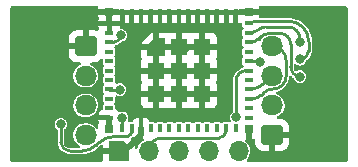
<source format=gbr>
%TF.GenerationSoftware,KiCad,Pcbnew,(6.0.5-0)*%
%TF.CreationDate,2022-06-28T11:24:23+01:00*%
%TF.ProjectId,M125,4d313235-2e6b-4696-9361-645f70636258,1*%
%TF.SameCoordinates,Original*%
%TF.FileFunction,Copper,L1,Top*%
%TF.FilePolarity,Positive*%
%FSLAX46Y46*%
G04 Gerber Fmt 4.6, Leading zero omitted, Abs format (unit mm)*
G04 Created by KiCad (PCBNEW (6.0.5-0)) date 2022-06-28 11:24:23*
%MOMM*%
%LPD*%
G01*
G04 APERTURE LIST*
G04 Aperture macros list*
%AMRoundRect*
0 Rectangle with rounded corners*
0 $1 Rounding radius*
0 $2 $3 $4 $5 $6 $7 $8 $9 X,Y pos of 4 corners*
0 Add a 4 corners polygon primitive as box body*
4,1,4,$2,$3,$4,$5,$6,$7,$8,$9,$2,$3,0*
0 Add four circle primitives for the rounded corners*
1,1,$1+$1,$2,$3*
1,1,$1+$1,$4,$5*
1,1,$1+$1,$6,$7*
1,1,$1+$1,$8,$9*
0 Add four rect primitives between the rounded corners*
20,1,$1+$1,$2,$3,$4,$5,0*
20,1,$1+$1,$4,$5,$6,$7,0*
20,1,$1+$1,$6,$7,$8,$9,0*
20,1,$1+$1,$8,$9,$2,$3,0*%
%AMOutline5P*
0 Free polygon, 5 corners , with rotation*
0 The origin of the aperture is its center*
0 number of corners: always 5*
0 $1 to $10 corner X, Y*
0 $11 Rotation angle, in degrees counterclockwise*
0 create outline with 5 corners*
4,1,5,$1,$2,$3,$4,$5,$6,$7,$8,$9,$10,$1,$2,$11*%
%AMOutline6P*
0 Free polygon, 6 corners , with rotation*
0 The origin of the aperture is its center*
0 number of corners: always 6*
0 $1 to $12 corner X, Y*
0 $13 Rotation angle, in degrees counterclockwise*
0 create outline with 6 corners*
4,1,6,$1,$2,$3,$4,$5,$6,$7,$8,$9,$10,$11,$12,$1,$2,$13*%
%AMOutline7P*
0 Free polygon, 7 corners , with rotation*
0 The origin of the aperture is its center*
0 number of corners: always 7*
0 $1 to $14 corner X, Y*
0 $15 Rotation angle, in degrees counterclockwise*
0 create outline with 7 corners*
4,1,7,$1,$2,$3,$4,$5,$6,$7,$8,$9,$10,$11,$12,$13,$14,$1,$2,$15*%
%AMOutline8P*
0 Free polygon, 8 corners , with rotation*
0 The origin of the aperture is its center*
0 number of corners: always 8*
0 $1 to $16 corner X, Y*
0 $17 Rotation angle, in degrees counterclockwise*
0 create outline with 8 corners*
4,1,8,$1,$2,$3,$4,$5,$6,$7,$8,$9,$10,$11,$12,$13,$14,$15,$16,$1,$2,$17*%
G04 Aperture macros list end*
%TA.AperFunction,SMDPad,CuDef*%
%ADD10R,0.800000X0.400000*%
%TD*%
%TA.AperFunction,SMDPad,CuDef*%
%ADD11R,0.400000X0.800000*%
%TD*%
%TA.AperFunction,SMDPad,CuDef*%
%ADD12Outline5P,-0.725000X0.130500X-0.130500X0.725000X0.725000X0.725000X0.725000X-0.725000X-0.725000X-0.725000X0.000000*%
%TD*%
%TA.AperFunction,SMDPad,CuDef*%
%ADD13R,1.450000X1.450000*%
%TD*%
%TA.AperFunction,SMDPad,CuDef*%
%ADD14R,0.700000X0.700000*%
%TD*%
%TA.AperFunction,ComponentPad*%
%ADD15RoundRect,0.250000X-0.675000X0.600000X-0.675000X-0.600000X0.675000X-0.600000X0.675000X0.600000X0*%
%TD*%
%TA.AperFunction,ComponentPad*%
%ADD16O,1.850000X1.700000*%
%TD*%
%TA.AperFunction,ComponentPad*%
%ADD17RoundRect,0.250000X0.675000X-0.600000X0.675000X0.600000X-0.675000X0.600000X-0.675000X-0.600000X0*%
%TD*%
%TA.AperFunction,ComponentPad*%
%ADD18Outline5P,-0.850000X0.850000X0.850000X0.850000X0.850000X-0.850000X-0.340000X-0.850000X-0.850000X-0.340000X180.000000*%
%TD*%
%TA.AperFunction,ComponentPad*%
%ADD19O,1.700000X1.700000*%
%TD*%
%TA.AperFunction,ViaPad*%
%ADD20C,0.800000*%
%TD*%
%TA.AperFunction,Conductor*%
%ADD21C,0.500000*%
%TD*%
%TA.AperFunction,Conductor*%
%ADD22C,0.250000*%
%TD*%
G04 APERTURE END LIST*
D10*
%TO.P,U1,1,GND*%
%TO.N,GND*%
X94100000Y-40193250D03*
%TO.P,U1,2,GND*%
X94100000Y-40993250D03*
%TO.P,U1,3,3V3*%
%TO.N,+3V3*%
X94100000Y-41793250D03*
%TO.P,U1,4,I36*%
%TO.N,unconnected-(U1-Pad4)*%
X94100000Y-42593250D03*
%TO.P,U1,5,I37*%
%TO.N,unconnected-(U1-Pad5)*%
X94100000Y-43393250D03*
%TO.P,U1,6,I38*%
%TO.N,unconnected-(U1-Pad6)*%
X94100000Y-44193250D03*
%TO.P,U1,7,I39*%
%TO.N,unconnected-(U1-Pad7)*%
X94100000Y-44993250D03*
%TO.P,U1,8,EN*%
%TO.N,EN*%
X94100000Y-45793250D03*
%TO.P,U1,9,I34*%
%TO.N,unconnected-(U1-Pad9)*%
X94100000Y-46593250D03*
%TO.P,U1,10,I35*%
%TO.N,unconnected-(U1-Pad10)*%
X94100000Y-47393250D03*
%TO.P,U1,11,GND*%
%TO.N,GND*%
X94100000Y-48193250D03*
D11*
%TO.P,U1,12,IO32*%
%TO.N,DATA*%
X95200000Y-49093250D03*
%TO.P,U1,13,IO33*%
%TO.N,SEND*%
X96000000Y-49093250D03*
%TO.P,U1,14,GND*%
%TO.N,GND*%
X96800000Y-49093250D03*
%TO.P,U1,15,IO25*%
%TO.N,unconnected-(U1-Pad15)*%
X97600000Y-49093250D03*
%TO.P,U1,16,IO26*%
%TO.N,unconnected-(U1-Pad16)*%
X98400000Y-49093250D03*
%TO.P,U1,17,IO27*%
%TO.N,unconnected-(U1-Pad17)*%
X99200000Y-49093250D03*
%TO.P,U1,18,IO14*%
%TO.N,unconnected-(U1-Pad18)*%
X100000000Y-49093250D03*
%TO.P,U1,19,IO12*%
%TO.N,unconnected-(U1-Pad19)*%
X100800000Y-49093250D03*
%TO.P,U1,20,IO13*%
%TO.N,unconnected-(U1-Pad20)*%
X101600000Y-49093250D03*
%TO.P,U1,21,IO15*%
%TO.N,unconnected-(U1-Pad21)*%
X102400000Y-49093250D03*
%TO.P,U1,22,IO2*%
%TO.N,unconnected-(U1-Pad22)*%
X103200000Y-49093250D03*
%TO.P,U1,23,IO0*%
%TO.N,GPIO0*%
X104000000Y-49093250D03*
%TO.P,U1,24,IO4*%
%TO.N,unconnected-(U1-Pad24)*%
X104800000Y-49093250D03*
D10*
%TO.P,U1,25,NC*%
%TO.N,unconnected-(U1-Pad25)*%
X105900000Y-48193250D03*
%TO.P,U1,26,IO20*%
%TO.N,unconnected-(U1-Pad26)*%
X105900000Y-47393250D03*
%TO.P,U1,27,IO7*%
%TO.N,NFCTX*%
X105900000Y-46593250D03*
%TO.P,U1,28,IO8*%
%TO.N,NFCRX*%
X105900000Y-45793250D03*
%TO.P,U1,29,IO5*%
%TO.N,unconnected-(U1-Pad29)*%
X105900000Y-44993250D03*
%TO.P,U1,30,RXD0*%
%TO.N,RX*%
X105900000Y-44193250D03*
%TO.P,U1,31,TXD0*%
%TO.N,TX*%
X105900000Y-43393250D03*
%TO.P,U1,32,NC*%
%TO.N,unconnected-(U1-Pad32)*%
X105900000Y-42593250D03*
%TO.P,U1,33,IO19*%
%TO.N,G*%
X105900000Y-41793250D03*
%TO.P,U1,34,IO22*%
%TO.N,R*%
X105900000Y-40993250D03*
%TO.P,U1,35,IO21*%
%TO.N,B*%
X105900000Y-40193250D03*
D11*
%TO.P,U1,36,GND*%
%TO.N,GND*%
X104800000Y-39293250D03*
%TO.P,U1,37,GND*%
X104000000Y-39293250D03*
%TO.P,U1,38,GND*%
X103200000Y-39293250D03*
%TO.P,U1,39,GND*%
X102400000Y-39293250D03*
%TO.P,U1,40,GND*%
X101600000Y-39293250D03*
%TO.P,U1,41,GND*%
X100800000Y-39293250D03*
%TO.P,U1,42,GND*%
X100000000Y-39293250D03*
%TO.P,U1,43,GND*%
X99200000Y-39293250D03*
%TO.P,U1,44,GND*%
X98400000Y-39293250D03*
%TO.P,U1,45,GND*%
X97600000Y-39293250D03*
%TO.P,U1,46,GND*%
X96800000Y-39293250D03*
%TO.P,U1,47,GND*%
X96000000Y-39293250D03*
%TO.P,U1,48,GND*%
X95200000Y-39293250D03*
D12*
%TO.P,U1,49,GND*%
X98025000Y-42218250D03*
D13*
X98025000Y-46168250D03*
X101975000Y-46168250D03*
X98025000Y-44193250D03*
X100000000Y-42218250D03*
X100000000Y-46168250D03*
X101975000Y-42218250D03*
X101975000Y-44193250D03*
X100000000Y-44193250D03*
D14*
%TO.P,U1,50,GND*%
X105950000Y-39243250D03*
%TO.P,U1,51,GND*%
X105950000Y-49143250D03*
%TO.P,U1,52,GND*%
X94050000Y-49143250D03*
%TO.P,U1,53,GND*%
X94050000Y-39243250D03*
%TD*%
D15*
%TO.P,J1,1,Pin_1*%
%TO.N,GND*%
X92100000Y-42150000D03*
D16*
%TO.P,J1,2,Pin_2*%
%TO.N,DC*%
X92100000Y-44650000D03*
%TO.P,J1,3,Pin_3*%
%TO.N,DATA*%
X92100000Y-47150000D03*
%TO.P,J1,4,Pin_4*%
%TO.N,Net-(J1-Pad4)*%
X92100000Y-49650000D03*
%TD*%
D17*
%TO.P,J2,1,Pin_1*%
%TO.N,GND*%
X107900000Y-49650000D03*
D16*
%TO.P,J2,2,Pin_2*%
%TO.N,+3V3*%
X107900000Y-47150000D03*
%TO.P,J2,3,Pin_3*%
%TO.N,NFCRX*%
X107900000Y-44650000D03*
%TO.P,J2,4,Pin_4*%
%TO.N,NFCTX*%
X107900000Y-42150000D03*
%TD*%
D18*
%TO.P,J3,1,GND*%
%TO.N,GND*%
X94920000Y-51000000D03*
D19*
%TO.P,J3,2,0*%
%TO.N,GPIO0*%
X97460000Y-51000000D03*
%TO.P,J3,3,3V3*%
%TO.N,+3V3*%
X100000000Y-51000000D03*
%TO.P,J3,4,Rx*%
%TO.N,RX*%
X102540000Y-51000000D03*
%TO.P,J3,5,Tx*%
%TO.N,TX*%
X105080000Y-51000000D03*
%TD*%
D20*
%TO.N,GND*%
X100500000Y-42250000D03*
%TO.N,TX*%
X106900000Y-43500000D03*
%TO.N,RX*%
X104850500Y-48123144D03*
%TO.N,EN*%
X95000000Y-45800000D03*
%TO.N,DATA*%
X95200000Y-48200000D03*
%TO.N,R*%
X110250000Y-41785636D03*
%TO.N,G*%
X110250000Y-44700000D03*
%TO.N,B*%
X110250000Y-43250000D03*
%TO.N,+3V3*%
X95100000Y-41200000D03*
%TO.N,SEND*%
X90000000Y-48750000D03*
%TD*%
D21*
%TO.N,GND*%
X96800000Y-49642272D02*
X95811574Y-50630698D01*
X96800000Y-49093250D02*
X96800000Y-49642272D01*
X94920000Y-50999993D02*
G75*
G03*
X95811574Y-50630698I0J1260893D01*
G01*
D22*
%TO.N,TX*%
X105900000Y-43393250D02*
X106793250Y-43393250D01*
X106900050Y-43500000D02*
G75*
G03*
X106793250Y-43393250I-106750J0D01*
G01*
%TO.N,RX*%
X105900000Y-44193250D02*
X105700000Y-44193250D01*
X104850500Y-45042750D02*
X104850500Y-48123144D01*
X104850450Y-45042750D02*
G75*
G02*
X105700000Y-44193250I849550J-50D01*
G01*
%TO.N,EN*%
X95000000Y-45800000D02*
X94116295Y-45800000D01*
X94100012Y-45793238D02*
G75*
G03*
X94116295Y-45800000I16288J16238D01*
G01*
%TO.N,DATA*%
X95200000Y-48200000D02*
X95200000Y-49093250D01*
%TO.N,GPIO0*%
X103392761Y-49900489D02*
X98559511Y-49900489D01*
X104000000Y-49093250D02*
X104000000Y-49293250D01*
X97459989Y-51000000D02*
G75*
G02*
X98559511Y-49900489I1099511J0D01*
G01*
X103392761Y-49900500D02*
G75*
G03*
X104000000Y-49293250I39J607200D01*
G01*
%TO.N,R*%
X110250000Y-41500000D02*
X110250000Y-41785636D01*
X107353553Y-40500000D02*
X109250000Y-40500000D01*
X105900000Y-40993250D02*
X106162743Y-40993250D01*
X110250000Y-41500000D02*
G75*
G03*
X109250000Y-40500000I-1000000J0D01*
G01*
X107353553Y-40499981D02*
G75*
G03*
X106750000Y-40750000I47J-853619D01*
G01*
X106749988Y-40749988D02*
G75*
G02*
X106162743Y-40993250I-587288J587288D01*
G01*
%TO.N,G*%
X108550480Y-41050480D02*
X107699520Y-41050480D01*
X105900000Y-41793250D02*
X106042032Y-41793250D01*
X106750000Y-41500000D02*
X106845966Y-41404034D01*
X109459013Y-43909013D02*
X109459013Y-41959013D01*
X109459000Y-43909013D02*
G75*
G03*
X110250000Y-44700000I791000J13D01*
G01*
X108550480Y-41050487D02*
G75*
G02*
X109459013Y-41959013I20J-908513D01*
G01*
X107699520Y-41050499D02*
G75*
G03*
X106845967Y-41404035I-20J-1207101D01*
G01*
X106749991Y-41499991D02*
G75*
G02*
X106042032Y-41793250I-707991J707991D01*
G01*
%TO.N,B*%
X105900000Y-40193250D02*
X106033454Y-40193250D01*
X111000000Y-41750000D02*
X111000000Y-42500000D01*
X106500000Y-40000000D02*
X109250000Y-40000000D01*
X110250000Y-43250000D02*
G75*
G03*
X111000000Y-42500000I0J750000D01*
G01*
X106500014Y-40000014D02*
G75*
G02*
X106033454Y-40193250I-466514J466514D01*
G01*
X111000000Y-41750000D02*
G75*
G03*
X109250000Y-40000000I-1750000J0D01*
G01*
%TO.N,NFCRX*%
X107362563Y-45187436D02*
X107900000Y-44650000D01*
X107362558Y-45187431D02*
G75*
G02*
X105900000Y-45793250I-1462558J1462531D01*
G01*
%TO.N,+3V3*%
X94100000Y-41793250D02*
X94506750Y-41793250D01*
X95099950Y-41200000D02*
G75*
G02*
X94506750Y-41793250I-593250J0D01*
G01*
%TO.N,NFCTX*%
X106171322Y-46593250D02*
X105900000Y-46593250D01*
X109074520Y-43324520D02*
X109074520Y-44675480D01*
X107146446Y-46103553D02*
X107000000Y-46250000D01*
X109074500Y-43324520D02*
G75*
G03*
X107900000Y-42150000I-1174500J20D01*
G01*
X107146448Y-46103555D02*
G75*
G02*
X108000000Y-45750000I853552J-853545D01*
G01*
X106171322Y-46593258D02*
G75*
G03*
X106999999Y-46249999I-22J1171958D01*
G01*
X108000000Y-45750020D02*
G75*
G03*
X109074520Y-44675480I0J1074520D01*
G01*
%TO.N,SEND*%
X96000000Y-49093250D02*
X96000000Y-49392272D01*
X93060369Y-50439630D02*
X93000000Y-50500000D01*
X91792894Y-51000000D02*
X90750000Y-51000000D01*
X90000000Y-50250000D02*
X90000000Y-48750000D01*
X95649511Y-49742761D02*
X94742761Y-49742761D01*
X93060393Y-50439654D02*
G75*
G02*
X94742761Y-49742761I1682407J-1682346D01*
G01*
X95649511Y-49742800D02*
G75*
G03*
X96000000Y-49392272I-11J350500D01*
G01*
X90000000Y-50250000D02*
G75*
G03*
X90750000Y-51000000I750000J0D01*
G01*
X91792894Y-50999997D02*
G75*
G03*
X93000000Y-50500000I6J1707097D01*
G01*
%TD*%
%TA.AperFunction,Conductor*%
%TO.N,GND*%
G36*
X93135407Y-38720502D02*
G01*
X93181900Y-38774158D01*
X93192265Y-38838351D01*
X93192553Y-38838367D01*
X93192481Y-38839691D01*
X93192549Y-38840110D01*
X93192369Y-38841769D01*
X93192000Y-38848578D01*
X93192000Y-38971135D01*
X93196475Y-38986374D01*
X93197865Y-38987579D01*
X93205548Y-38989250D01*
X94828460Y-38989250D01*
X94896581Y-39009252D01*
X94943074Y-39062908D01*
X94949356Y-39079753D01*
X94952474Y-39090374D01*
X94953865Y-39091579D01*
X94961548Y-39093250D01*
X105033885Y-39093250D01*
X105049124Y-39088775D01*
X105051292Y-39086274D01*
X105084117Y-39026156D01*
X105146429Y-38992130D01*
X105173214Y-38989250D01*
X106789884Y-38989250D01*
X106805123Y-38984775D01*
X106806328Y-38983385D01*
X106807999Y-38975702D01*
X106807999Y-38848581D01*
X106807630Y-38841763D01*
X106807449Y-38840099D01*
X106807519Y-38839711D01*
X106807446Y-38838373D01*
X106807762Y-38838356D01*
X106819982Y-38770217D01*
X106868306Y-38718205D01*
X106932713Y-38700500D01*
X113962920Y-38700500D01*
X113980243Y-38702466D01*
X113985811Y-38702476D01*
X113999641Y-38705656D01*
X114010806Y-38703130D01*
X114022451Y-38704056D01*
X114072845Y-38712038D01*
X114110330Y-38724218D01*
X114158264Y-38748641D01*
X114190155Y-38771812D01*
X114228188Y-38809845D01*
X114251359Y-38841736D01*
X114275781Y-38889668D01*
X114287963Y-38927159D01*
X114295952Y-38977604D01*
X114296827Y-38988842D01*
X114294344Y-38999641D01*
X114297475Y-39013480D01*
X114297467Y-39018309D01*
X114299500Y-39036504D01*
X114299500Y-51773500D01*
X114279498Y-51841621D01*
X114225842Y-51888114D01*
X114173500Y-51899500D01*
X105867484Y-51899500D01*
X105799363Y-51879498D01*
X105752870Y-51825842D01*
X105742766Y-51755568D01*
X105772103Y-51691169D01*
X105876953Y-51569699D01*
X105876958Y-51569692D01*
X105880982Y-51565030D01*
X105975476Y-51398691D01*
X106035861Y-51217166D01*
X106047125Y-51128000D01*
X106059396Y-51030872D01*
X106059397Y-51030863D01*
X106059838Y-51027369D01*
X106060220Y-51000000D01*
X106041552Y-50809608D01*
X105986259Y-50626467D01*
X105968665Y-50593378D01*
X105899342Y-50463001D01*
X105899341Y-50462999D01*
X105896446Y-50457555D01*
X105843190Y-50392257D01*
X105779430Y-50314078D01*
X105779427Y-50314075D01*
X105775535Y-50309303D01*
X105769594Y-50304388D01*
X105657858Y-50211952D01*
X105618119Y-50153118D01*
X105616497Y-50082140D01*
X105653507Y-50021552D01*
X105688819Y-50001744D01*
X105694329Y-49995385D01*
X105696000Y-49987702D01*
X105696000Y-49015250D01*
X105716002Y-48947129D01*
X105769658Y-48900636D01*
X105822000Y-48889250D01*
X106078000Y-48889250D01*
X106146121Y-48909252D01*
X106192614Y-48962908D01*
X106204000Y-49015250D01*
X106204000Y-49983134D01*
X106208475Y-49998373D01*
X106209865Y-49999578D01*
X106217548Y-50001249D01*
X106341001Y-50001249D01*
X106409122Y-50021251D01*
X106455615Y-50074907D01*
X106467001Y-50127249D01*
X106467001Y-50297095D01*
X106467338Y-50303614D01*
X106477257Y-50399206D01*
X106480149Y-50412600D01*
X106531588Y-50566784D01*
X106537761Y-50579962D01*
X106623063Y-50717807D01*
X106632099Y-50729208D01*
X106746829Y-50843739D01*
X106758240Y-50852751D01*
X106896243Y-50937816D01*
X106909424Y-50943963D01*
X107063710Y-50995138D01*
X107077086Y-50998005D01*
X107171438Y-51007672D01*
X107177854Y-51008000D01*
X107627885Y-51008000D01*
X107643124Y-51003525D01*
X107644329Y-51002135D01*
X107646000Y-50994452D01*
X107646000Y-50989884D01*
X108154000Y-50989884D01*
X108158475Y-51005123D01*
X108159865Y-51006328D01*
X108167548Y-51007999D01*
X108622095Y-51007999D01*
X108628614Y-51007662D01*
X108724206Y-50997743D01*
X108737600Y-50994851D01*
X108891784Y-50943412D01*
X108904962Y-50937239D01*
X109042807Y-50851937D01*
X109054208Y-50842901D01*
X109168739Y-50728171D01*
X109177751Y-50716760D01*
X109262816Y-50578757D01*
X109268963Y-50565576D01*
X109320138Y-50411290D01*
X109323005Y-50397914D01*
X109332672Y-50303562D01*
X109333000Y-50297146D01*
X109333000Y-49922115D01*
X109328525Y-49906876D01*
X109327135Y-49905671D01*
X109319452Y-49904000D01*
X108172115Y-49904000D01*
X108156876Y-49908475D01*
X108155671Y-49909865D01*
X108154000Y-49917548D01*
X108154000Y-50989884D01*
X107646000Y-50989884D01*
X107646000Y-49522000D01*
X107666002Y-49453879D01*
X107719658Y-49407386D01*
X107772000Y-49396000D01*
X109314884Y-49396000D01*
X109330123Y-49391525D01*
X109331328Y-49390135D01*
X109332999Y-49382452D01*
X109332999Y-49002905D01*
X109332662Y-48996386D01*
X109322743Y-48900794D01*
X109319851Y-48887400D01*
X109268412Y-48733216D01*
X109262239Y-48720038D01*
X109176937Y-48582193D01*
X109167901Y-48570792D01*
X109053171Y-48456261D01*
X109041760Y-48447249D01*
X108903757Y-48362184D01*
X108890576Y-48356037D01*
X108736290Y-48304862D01*
X108722914Y-48301995D01*
X108628562Y-48292328D01*
X108622145Y-48292000D01*
X108411725Y-48292000D01*
X108343604Y-48271998D01*
X108297111Y-48218342D01*
X108287007Y-48148068D01*
X108316501Y-48083488D01*
X108360182Y-48051583D01*
X108361272Y-48051241D01*
X108534602Y-47955162D01*
X108685073Y-47826193D01*
X108689736Y-47820182D01*
X108802625Y-47674646D01*
X108802627Y-47674643D01*
X108806537Y-47669602D01*
X108812194Y-47658107D01*
X108891215Y-47497515D01*
X108894034Y-47491786D01*
X108943989Y-47300007D01*
X108951512Y-47156453D01*
X108954026Y-47108483D01*
X108954026Y-47108479D01*
X108954360Y-47102101D01*
X108924726Y-46906152D01*
X108920763Y-46895379D01*
X108897583Y-46832381D01*
X108856295Y-46720164D01*
X108852937Y-46714748D01*
X108852935Y-46714744D01*
X108755227Y-46557157D01*
X108751865Y-46551734D01*
X108678173Y-46473807D01*
X108620088Y-46412384D01*
X108620087Y-46412383D01*
X108615699Y-46407743D01*
X108607849Y-46402246D01*
X108531797Y-46348994D01*
X108453362Y-46294073D01*
X108360754Y-46253998D01*
X108277340Y-46217901D01*
X108277335Y-46217899D01*
X108271483Y-46215367D01*
X108266565Y-46214340D01*
X108208085Y-46174946D01*
X108179994Y-46109743D01*
X108191614Y-46039704D01*
X108239255Y-45987065D01*
X108275654Y-45971992D01*
X108410724Y-45939564D01*
X108415295Y-45937671D01*
X108415297Y-45937670D01*
X108515570Y-45896135D01*
X108603413Y-45859749D01*
X108607627Y-45857166D01*
X108607632Y-45857164D01*
X108714273Y-45791812D01*
X108781243Y-45750772D01*
X108939836Y-45615319D01*
X109059651Y-45475031D01*
X109072071Y-45460489D01*
X109072073Y-45460486D01*
X109075287Y-45456723D01*
X109184260Y-45278891D01*
X109204496Y-45230035D01*
X109262179Y-45090770D01*
X109262181Y-45090765D01*
X109264071Y-45086201D01*
X109265226Y-45081391D01*
X109311602Y-44888211D01*
X109311603Y-44888206D01*
X109312757Y-44883398D01*
X109323321Y-44749141D01*
X109348604Y-44682801D01*
X109405741Y-44640660D01*
X109476591Y-44636099D01*
X109538026Y-44669929D01*
X109574096Y-44705999D01*
X109574102Y-44706004D01*
X109577986Y-44709888D01*
X109582489Y-44713041D01*
X109582495Y-44713046D01*
X109699052Y-44794658D01*
X109743192Y-44849655D01*
X109787814Y-44957385D01*
X109787817Y-44957390D01*
X109790976Y-44965017D01*
X109811517Y-44991786D01*
X109870180Y-45068238D01*
X109870183Y-45068241D01*
X109875209Y-45074791D01*
X109881759Y-45079817D01*
X109881760Y-45079818D01*
X109896033Y-45090770D01*
X109984982Y-45159024D01*
X109992611Y-45162184D01*
X110105189Y-45208815D01*
X110105193Y-45208816D01*
X110112817Y-45211974D01*
X110120997Y-45213051D01*
X110121001Y-45213052D01*
X110241812Y-45228957D01*
X110250000Y-45230035D01*
X110258188Y-45228957D01*
X110378999Y-45213052D01*
X110379003Y-45213051D01*
X110387183Y-45211974D01*
X110394807Y-45208816D01*
X110394811Y-45208815D01*
X110507389Y-45162184D01*
X110515018Y-45159024D01*
X110603967Y-45090770D01*
X110618240Y-45079818D01*
X110618241Y-45079817D01*
X110624791Y-45074791D01*
X110629817Y-45068241D01*
X110629820Y-45068238D01*
X110688483Y-44991786D01*
X110709024Y-44965017D01*
X110761974Y-44837183D01*
X110780035Y-44700000D01*
X110761974Y-44562817D01*
X110709024Y-44434983D01*
X110630749Y-44332973D01*
X110629820Y-44331762D01*
X110629817Y-44331759D01*
X110624791Y-44325209D01*
X110515018Y-44240976D01*
X110507389Y-44237816D01*
X110394811Y-44191185D01*
X110394807Y-44191184D01*
X110387183Y-44188026D01*
X110379003Y-44186949D01*
X110378999Y-44186948D01*
X110258188Y-44171043D01*
X110250000Y-44169965D01*
X110112817Y-44188026D01*
X109984983Y-44240976D01*
X109978428Y-44246006D01*
X109972738Y-44249291D01*
X109903743Y-44266030D01*
X109836651Y-44242811D01*
X109803049Y-44207210D01*
X109770582Y-44155540D01*
X109758340Y-44130120D01*
X109744173Y-44089635D01*
X109727741Y-44042678D01*
X109721463Y-44015172D01*
X109720333Y-44005138D01*
X109718138Y-43985665D01*
X109712793Y-43938225D01*
X109712001Y-43924123D01*
X109712001Y-43921178D01*
X109714421Y-43909009D01*
X109711935Y-43896511D01*
X109709513Y-43871929D01*
X109709513Y-43753151D01*
X109729515Y-43685030D01*
X109783171Y-43638537D01*
X109853445Y-43628433D01*
X109912217Y-43653188D01*
X109984982Y-43709024D01*
X109992611Y-43712184D01*
X110105189Y-43758815D01*
X110105193Y-43758816D01*
X110112817Y-43761974D01*
X110120997Y-43763051D01*
X110121001Y-43763052D01*
X110241812Y-43778957D01*
X110250000Y-43780035D01*
X110258188Y-43778957D01*
X110378999Y-43763052D01*
X110379003Y-43763051D01*
X110387183Y-43761974D01*
X110394807Y-43758816D01*
X110394811Y-43758815D01*
X110507389Y-43712184D01*
X110515018Y-43709024D01*
X110532800Y-43695379D01*
X110618240Y-43629818D01*
X110618241Y-43629817D01*
X110624791Y-43624791D01*
X110629817Y-43618241D01*
X110629820Y-43618238D01*
X110699060Y-43528002D01*
X110709024Y-43515017D01*
X110761974Y-43387183D01*
X110765263Y-43388545D01*
X110793749Y-43341874D01*
X110806177Y-43331946D01*
X110891055Y-43272514D01*
X110891058Y-43272512D01*
X110895566Y-43269355D01*
X111019355Y-43145566D01*
X111027480Y-43133963D01*
X111116611Y-43006670D01*
X111116612Y-43006668D01*
X111119768Y-43002161D01*
X111122091Y-42997179D01*
X111122094Y-42997174D01*
X111191431Y-42848480D01*
X111191432Y-42848479D01*
X111193754Y-42843498D01*
X111197359Y-42830046D01*
X111226566Y-42721043D01*
X111239064Y-42674399D01*
X111252870Y-42516597D01*
X111252986Y-42515783D01*
X111252986Y-42515267D01*
X111253469Y-42509746D01*
X111255408Y-42500000D01*
X111252987Y-42487828D01*
X111252987Y-42487826D01*
X111252921Y-42487496D01*
X111250500Y-42462915D01*
X111250500Y-41787085D01*
X111252921Y-41762504D01*
X111252987Y-41762174D01*
X111252987Y-41762171D01*
X111255408Y-41750000D01*
X111254489Y-41745381D01*
X111252872Y-41720703D01*
X111237911Y-41492434D01*
X111237910Y-41492427D01*
X111237641Y-41488322D01*
X111234998Y-41475031D01*
X111187286Y-41235172D01*
X111187284Y-41235166D01*
X111186480Y-41231122D01*
X111179876Y-41211665D01*
X111103512Y-40986705D01*
X111103511Y-40986704D01*
X111102186Y-40982799D01*
X111039946Y-40856588D01*
X110988028Y-40751308D01*
X110988025Y-40751303D01*
X110986201Y-40747604D01*
X110840508Y-40529560D01*
X110667602Y-40332398D01*
X110470440Y-40159492D01*
X110252396Y-40013799D01*
X110248697Y-40011975D01*
X110248692Y-40011972D01*
X110128534Y-39952717D01*
X110017201Y-39897814D01*
X109951890Y-39875644D01*
X109772791Y-39814848D01*
X109772787Y-39814847D01*
X109768878Y-39813520D01*
X109764834Y-39812716D01*
X109764828Y-39812714D01*
X109515717Y-39763162D01*
X109515711Y-39763161D01*
X109511678Y-39762359D01*
X109507573Y-39762090D01*
X109507566Y-39762089D01*
X109377816Y-39753585D01*
X109254619Y-39745511D01*
X109250000Y-39744592D01*
X109237829Y-39747013D01*
X109237826Y-39747013D01*
X109237496Y-39747079D01*
X109212915Y-39749500D01*
X106934000Y-39749500D01*
X106865879Y-39729498D01*
X106819386Y-39675842D01*
X106808000Y-39623500D01*
X106808000Y-39515365D01*
X106803525Y-39500126D01*
X106802135Y-39498921D01*
X106794452Y-39497250D01*
X105070388Y-39497250D01*
X105043605Y-39494371D01*
X105038452Y-39493250D01*
X105018115Y-39493250D01*
X105002876Y-39497725D01*
X105001671Y-39499115D01*
X105000000Y-39506798D01*
X105000000Y-40183134D01*
X105004475Y-40198373D01*
X105005865Y-40199578D01*
X105013548Y-40201249D01*
X105044669Y-40201249D01*
X105051490Y-40200879D01*
X105102352Y-40195355D01*
X105117606Y-40191728D01*
X105204272Y-40159239D01*
X105275079Y-40154056D01*
X105337448Y-40187977D01*
X105371577Y-40250232D01*
X105374501Y-40277218D01*
X105374501Y-40405612D01*
X105381781Y-40442218D01*
X105409519Y-40483731D01*
X105419835Y-40490624D01*
X105428612Y-40499401D01*
X105427057Y-40500956D01*
X105462161Y-40542961D01*
X105471010Y-40613404D01*
X105440369Y-40677448D01*
X105424590Y-40691121D01*
X105419835Y-40695876D01*
X105409519Y-40702769D01*
X105402626Y-40713085D01*
X105388676Y-40733962D01*
X105388675Y-40733964D01*
X105381781Y-40744282D01*
X105374500Y-40780887D01*
X105374501Y-41205612D01*
X105381781Y-41242218D01*
X105409519Y-41283731D01*
X105419835Y-41290624D01*
X105428612Y-41299401D01*
X105427057Y-41300956D01*
X105462161Y-41342961D01*
X105471010Y-41413404D01*
X105440369Y-41477448D01*
X105424590Y-41491121D01*
X105419835Y-41495876D01*
X105409519Y-41502769D01*
X105402626Y-41513085D01*
X105388676Y-41533962D01*
X105388675Y-41533964D01*
X105381781Y-41544282D01*
X105374500Y-41580887D01*
X105374501Y-42005612D01*
X105381781Y-42042218D01*
X105409519Y-42083731D01*
X105419835Y-42090624D01*
X105428612Y-42099401D01*
X105427057Y-42100956D01*
X105462161Y-42142961D01*
X105471010Y-42213404D01*
X105440369Y-42277448D01*
X105424590Y-42291121D01*
X105419835Y-42295876D01*
X105409519Y-42302769D01*
X105402626Y-42313085D01*
X105388676Y-42333962D01*
X105388676Y-42333963D01*
X105381781Y-42344282D01*
X105374500Y-42380887D01*
X105374501Y-42805612D01*
X105381781Y-42842218D01*
X105388676Y-42852537D01*
X105401957Y-42872413D01*
X105409519Y-42883731D01*
X105419835Y-42890624D01*
X105428612Y-42899401D01*
X105427057Y-42900956D01*
X105462161Y-42942961D01*
X105471010Y-43013404D01*
X105440369Y-43077448D01*
X105424590Y-43091121D01*
X105419835Y-43095876D01*
X105409519Y-43102769D01*
X105402626Y-43113085D01*
X105388676Y-43133962D01*
X105388676Y-43133963D01*
X105381781Y-43144282D01*
X105374500Y-43180887D01*
X105374501Y-43605612D01*
X105381781Y-43642218D01*
X105409519Y-43683731D01*
X105419835Y-43690624D01*
X105428612Y-43699401D01*
X105427057Y-43700956D01*
X105462161Y-43742961D01*
X105471010Y-43813404D01*
X105440369Y-43877448D01*
X105424590Y-43891121D01*
X105419835Y-43895876D01*
X105409519Y-43902769D01*
X105402626Y-43913085D01*
X105388674Y-43933965D01*
X105388673Y-43933967D01*
X105381781Y-43944282D01*
X105381636Y-43945011D01*
X105342155Y-43994003D01*
X105322010Y-44004436D01*
X105322337Y-44005138D01*
X105152878Y-44084154D01*
X105152873Y-44084157D01*
X105147893Y-44086479D01*
X105143386Y-44089635D01*
X104994727Y-44193721D01*
X104994724Y-44193724D01*
X104990223Y-44196875D01*
X104854117Y-44332973D01*
X104743711Y-44490636D01*
X104662360Y-44665076D01*
X104612534Y-44850992D01*
X104596263Y-45036848D01*
X104595092Y-45042735D01*
X104597512Y-45054905D01*
X104597512Y-45054907D01*
X104597580Y-45055247D01*
X104600000Y-45079821D01*
X104600000Y-47590845D01*
X104579998Y-47658966D01*
X104550704Y-47690807D01*
X104475709Y-47748353D01*
X104391476Y-47858127D01*
X104338526Y-47985961D01*
X104320465Y-48123144D01*
X104338526Y-48260327D01*
X104391476Y-48388161D01*
X104396163Y-48394269D01*
X104412839Y-48463010D01*
X104389619Y-48530102D01*
X104333812Y-48573990D01*
X104263137Y-48580739D01*
X104252923Y-48577674D01*
X104248968Y-48575031D01*
X104236799Y-48572611D01*
X104236798Y-48572610D01*
X104218431Y-48568957D01*
X104212363Y-48567750D01*
X104000103Y-48567750D01*
X103787638Y-48567751D01*
X103751032Y-48575031D01*
X103709519Y-48602769D01*
X103702626Y-48613085D01*
X103693849Y-48621862D01*
X103692294Y-48620307D01*
X103650289Y-48655411D01*
X103579846Y-48664260D01*
X103515802Y-48633619D01*
X103502129Y-48617840D01*
X103497374Y-48613085D01*
X103490481Y-48602769D01*
X103480165Y-48595876D01*
X103459288Y-48581926D01*
X103459286Y-48581925D01*
X103448968Y-48575031D01*
X103412363Y-48567750D01*
X103200103Y-48567750D01*
X102987638Y-48567751D01*
X102951032Y-48575031D01*
X102909519Y-48602769D01*
X102902626Y-48613085D01*
X102893849Y-48621862D01*
X102892294Y-48620307D01*
X102850289Y-48655411D01*
X102779846Y-48664260D01*
X102715802Y-48633619D01*
X102702129Y-48617840D01*
X102697374Y-48613085D01*
X102690481Y-48602769D01*
X102680165Y-48595876D01*
X102659288Y-48581926D01*
X102659286Y-48581925D01*
X102648968Y-48575031D01*
X102612363Y-48567750D01*
X102400103Y-48567750D01*
X102187638Y-48567751D01*
X102151032Y-48575031D01*
X102109519Y-48602769D01*
X102102626Y-48613085D01*
X102093849Y-48621862D01*
X102092294Y-48620307D01*
X102050289Y-48655411D01*
X101979846Y-48664260D01*
X101915802Y-48633619D01*
X101902129Y-48617840D01*
X101897374Y-48613085D01*
X101890481Y-48602769D01*
X101880165Y-48595876D01*
X101859288Y-48581926D01*
X101859286Y-48581925D01*
X101848968Y-48575031D01*
X101812363Y-48567750D01*
X101600103Y-48567750D01*
X101387638Y-48567751D01*
X101351032Y-48575031D01*
X101309519Y-48602769D01*
X101302626Y-48613085D01*
X101293849Y-48621862D01*
X101292294Y-48620307D01*
X101250289Y-48655411D01*
X101179846Y-48664260D01*
X101115802Y-48633619D01*
X101102129Y-48617840D01*
X101097374Y-48613085D01*
X101090481Y-48602769D01*
X101080165Y-48595876D01*
X101059288Y-48581926D01*
X101059286Y-48581925D01*
X101048968Y-48575031D01*
X101012363Y-48567750D01*
X100800103Y-48567750D01*
X100587638Y-48567751D01*
X100551032Y-48575031D01*
X100509519Y-48602769D01*
X100502626Y-48613085D01*
X100493849Y-48621862D01*
X100492294Y-48620307D01*
X100450289Y-48655411D01*
X100379846Y-48664260D01*
X100315802Y-48633619D01*
X100302129Y-48617840D01*
X100297374Y-48613085D01*
X100290481Y-48602769D01*
X100280165Y-48595876D01*
X100259288Y-48581926D01*
X100259286Y-48581925D01*
X100248968Y-48575031D01*
X100212363Y-48567750D01*
X100000103Y-48567750D01*
X99787638Y-48567751D01*
X99751032Y-48575031D01*
X99709519Y-48602769D01*
X99702626Y-48613085D01*
X99693849Y-48621862D01*
X99692294Y-48620307D01*
X99650289Y-48655411D01*
X99579846Y-48664260D01*
X99515802Y-48633619D01*
X99502129Y-48617840D01*
X99497374Y-48613085D01*
X99490481Y-48602769D01*
X99480165Y-48595876D01*
X99459288Y-48581926D01*
X99459286Y-48581925D01*
X99448968Y-48575031D01*
X99412363Y-48567750D01*
X99200103Y-48567750D01*
X98987638Y-48567751D01*
X98951032Y-48575031D01*
X98909519Y-48602769D01*
X98902626Y-48613085D01*
X98893849Y-48621862D01*
X98892294Y-48620307D01*
X98850289Y-48655411D01*
X98779846Y-48664260D01*
X98715802Y-48633619D01*
X98702129Y-48617840D01*
X98697374Y-48613085D01*
X98690481Y-48602769D01*
X98680165Y-48595876D01*
X98659288Y-48581926D01*
X98659286Y-48581925D01*
X98648968Y-48575031D01*
X98612363Y-48567750D01*
X98400103Y-48567750D01*
X98187638Y-48567751D01*
X98151032Y-48575031D01*
X98109519Y-48602769D01*
X98102626Y-48613085D01*
X98093849Y-48621862D01*
X98092294Y-48620307D01*
X98050289Y-48655411D01*
X97979846Y-48664260D01*
X97915802Y-48633619D01*
X97902129Y-48617840D01*
X97897374Y-48613085D01*
X97890481Y-48602769D01*
X97880165Y-48595876D01*
X97859288Y-48581926D01*
X97859286Y-48581925D01*
X97848968Y-48575031D01*
X97812363Y-48567750D01*
X97799315Y-48567750D01*
X97582845Y-48567751D01*
X97514726Y-48547749D01*
X97468233Y-48494094D01*
X97464864Y-48485979D01*
X97453323Y-48455193D01*
X97444790Y-48439606D01*
X97368285Y-48337526D01*
X97355724Y-48324965D01*
X97253649Y-48248464D01*
X97238054Y-48239926D01*
X97117606Y-48194772D01*
X97102351Y-48191145D01*
X97051486Y-48185619D01*
X97044672Y-48185250D01*
X97018115Y-48185250D01*
X97002876Y-48189725D01*
X97001671Y-48191115D01*
X97000000Y-48198798D01*
X97000000Y-49983135D01*
X97010707Y-50019601D01*
X97010707Y-50090597D01*
X96972323Y-50150323D01*
X96948187Y-50166759D01*
X96928732Y-50176930D01*
X96928728Y-50176932D01*
X96923268Y-50179787D01*
X96918468Y-50183647D01*
X96918467Y-50183647D01*
X96815298Y-50266597D01*
X96774176Y-50299660D01*
X96651207Y-50446208D01*
X96648237Y-50451611D01*
X96648236Y-50451612D01*
X96647596Y-50452776D01*
X96559045Y-50613850D01*
X96557183Y-50619719D01*
X96557182Y-50619722D01*
X96524101Y-50724007D01*
X96484438Y-50782892D01*
X96419236Y-50810984D01*
X96349196Y-50799367D01*
X96296556Y-50751727D01*
X96277999Y-50685909D01*
X96277999Y-50622327D01*
X96277499Y-50614408D01*
X96268161Y-50540736D01*
X96263865Y-50524575D01*
X96214527Y-50405757D01*
X96206127Y-50391324D01*
X96161071Y-50333343D01*
X96155876Y-50327456D01*
X95933800Y-50105380D01*
X95899774Y-50043068D01*
X95904839Y-49972253D01*
X95947386Y-49915417D01*
X95955853Y-49909602D01*
X96020617Y-49868903D01*
X96020623Y-49868898D01*
X96026613Y-49865134D01*
X96048143Y-49843602D01*
X96110451Y-49809573D01*
X96181267Y-49814633D01*
X96226338Y-49843597D01*
X96244276Y-49861535D01*
X96346351Y-49938036D01*
X96361946Y-49946574D01*
X96482394Y-49991728D01*
X96497649Y-49995355D01*
X96548514Y-50000881D01*
X96555328Y-50001250D01*
X96581885Y-50001250D01*
X96597124Y-49996775D01*
X96598329Y-49995385D01*
X96600000Y-49987702D01*
X96600000Y-48203366D01*
X96595525Y-48188127D01*
X96594135Y-48186922D01*
X96586452Y-48185251D01*
X96555331Y-48185251D01*
X96548510Y-48185621D01*
X96497648Y-48191145D01*
X96482396Y-48194771D01*
X96361946Y-48239926D01*
X96346351Y-48248464D01*
X96244276Y-48324965D01*
X96231715Y-48337526D01*
X96155214Y-48439601D01*
X96146674Y-48455200D01*
X96135134Y-48485981D01*
X96092492Y-48542745D01*
X96025930Y-48567444D01*
X96017154Y-48567750D01*
X95822407Y-48567751D01*
X95805043Y-48567751D01*
X95736922Y-48547749D01*
X95690429Y-48494094D01*
X95680324Y-48423820D01*
X95688633Y-48393533D01*
X95688751Y-48393250D01*
X95711974Y-48337183D01*
X95730035Y-48200000D01*
X95711974Y-48062817D01*
X95659024Y-47934983D01*
X95595022Y-47851574D01*
X95579820Y-47831762D01*
X95579817Y-47831759D01*
X95574791Y-47825209D01*
X95465018Y-47740976D01*
X95411359Y-47718750D01*
X95344811Y-47691185D01*
X95344807Y-47691184D01*
X95337183Y-47688026D01*
X95329003Y-47686949D01*
X95328999Y-47686948D01*
X95208188Y-47671043D01*
X95200000Y-47669965D01*
X95062817Y-47688026D01*
X95033626Y-47700117D01*
X94963038Y-47707706D01*
X94899551Y-47675927D01*
X94884582Y-47659272D01*
X94868284Y-47637525D01*
X94855724Y-47624965D01*
X94753649Y-47548464D01*
X94738050Y-47539924D01*
X94707269Y-47528384D01*
X94650505Y-47485742D01*
X94625806Y-47419180D01*
X94625500Y-47410404D01*
X94625499Y-47187081D01*
X94625499Y-47180888D01*
X94618219Y-47144282D01*
X94590481Y-47102769D01*
X94580165Y-47095876D01*
X94571388Y-47087099D01*
X94572943Y-47085544D01*
X94537839Y-47043539D01*
X94528990Y-46973096D01*
X94545820Y-46937919D01*
X96792001Y-46937919D01*
X96792371Y-46944740D01*
X96797895Y-46995602D01*
X96801521Y-47010854D01*
X96846676Y-47131304D01*
X96855214Y-47146899D01*
X96931715Y-47248974D01*
X96944276Y-47261535D01*
X97046351Y-47338036D01*
X97061946Y-47346574D01*
X97182394Y-47391728D01*
X97197649Y-47395355D01*
X97248514Y-47400881D01*
X97255328Y-47401250D01*
X97752885Y-47401250D01*
X97768124Y-47396775D01*
X97769329Y-47395385D01*
X97771000Y-47387702D01*
X97771000Y-47383134D01*
X98279000Y-47383134D01*
X98283475Y-47398373D01*
X98284865Y-47399578D01*
X98292548Y-47401249D01*
X98794669Y-47401249D01*
X98801490Y-47400879D01*
X98852352Y-47395355D01*
X98867606Y-47391728D01*
X98968271Y-47353991D01*
X99039078Y-47348808D01*
X99056729Y-47353991D01*
X99157391Y-47391728D01*
X99172649Y-47395355D01*
X99223514Y-47400881D01*
X99230328Y-47401250D01*
X99727885Y-47401250D01*
X99743124Y-47396775D01*
X99744329Y-47395385D01*
X99746000Y-47387702D01*
X99746000Y-47383134D01*
X100254000Y-47383134D01*
X100258475Y-47398373D01*
X100259865Y-47399578D01*
X100267548Y-47401249D01*
X100769669Y-47401249D01*
X100776490Y-47400879D01*
X100827352Y-47395355D01*
X100842606Y-47391728D01*
X100943271Y-47353991D01*
X101014078Y-47348808D01*
X101031729Y-47353991D01*
X101132391Y-47391728D01*
X101147649Y-47395355D01*
X101198514Y-47400881D01*
X101205328Y-47401250D01*
X101702885Y-47401250D01*
X101718124Y-47396775D01*
X101719329Y-47395385D01*
X101721000Y-47387702D01*
X101721000Y-47383134D01*
X102229000Y-47383134D01*
X102233475Y-47398373D01*
X102234865Y-47399578D01*
X102242548Y-47401249D01*
X102744669Y-47401249D01*
X102751490Y-47400879D01*
X102802352Y-47395355D01*
X102817604Y-47391729D01*
X102938054Y-47346574D01*
X102953649Y-47338036D01*
X103055724Y-47261535D01*
X103068285Y-47248974D01*
X103144786Y-47146899D01*
X103153324Y-47131304D01*
X103198478Y-47010856D01*
X103202105Y-46995601D01*
X103207631Y-46944736D01*
X103208000Y-46937922D01*
X103208000Y-46440365D01*
X103203525Y-46425126D01*
X103202135Y-46423921D01*
X103194452Y-46422250D01*
X102247115Y-46422250D01*
X102231876Y-46426725D01*
X102230671Y-46428115D01*
X102229000Y-46435798D01*
X102229000Y-47383134D01*
X101721000Y-47383134D01*
X101721000Y-46440365D01*
X101716525Y-46425126D01*
X101715135Y-46423921D01*
X101707452Y-46422250D01*
X100272115Y-46422250D01*
X100256876Y-46426725D01*
X100255671Y-46428115D01*
X100254000Y-46435798D01*
X100254000Y-47383134D01*
X99746000Y-47383134D01*
X99746000Y-46440365D01*
X99741525Y-46425126D01*
X99740135Y-46423921D01*
X99732452Y-46422250D01*
X98297115Y-46422250D01*
X98281876Y-46426725D01*
X98280671Y-46428115D01*
X98279000Y-46435798D01*
X98279000Y-47383134D01*
X97771000Y-47383134D01*
X97771000Y-46440365D01*
X97766525Y-46425126D01*
X97765135Y-46423921D01*
X97757452Y-46422250D01*
X96810116Y-46422250D01*
X96794877Y-46426725D01*
X96793672Y-46428115D01*
X96792001Y-46435798D01*
X96792001Y-46937919D01*
X94545820Y-46937919D01*
X94559631Y-46909052D01*
X94575410Y-46895379D01*
X94580165Y-46890624D01*
X94590481Y-46883731D01*
X94604409Y-46862886D01*
X94611324Y-46852538D01*
X94611325Y-46852536D01*
X94618219Y-46842218D01*
X94625500Y-46805613D01*
X94625499Y-46402246D01*
X94645501Y-46334126D01*
X94699156Y-46287632D01*
X94769430Y-46277528D01*
X94799713Y-46285836D01*
X94862817Y-46311974D01*
X94870997Y-46313051D01*
X94871001Y-46313052D01*
X94991812Y-46328957D01*
X95000000Y-46330035D01*
X95008188Y-46328957D01*
X95128999Y-46313052D01*
X95129003Y-46313051D01*
X95137183Y-46311974D01*
X95144807Y-46308816D01*
X95144811Y-46308815D01*
X95257389Y-46262184D01*
X95265018Y-46259024D01*
X95274358Y-46251857D01*
X95368240Y-46179818D01*
X95368241Y-46179817D01*
X95374791Y-46174791D01*
X95379817Y-46168241D01*
X95379820Y-46168238D01*
X95444664Y-46083731D01*
X95459024Y-46065017D01*
X95511974Y-45937183D01*
X95517378Y-45896135D01*
X96792000Y-45896135D01*
X96796475Y-45911374D01*
X96797865Y-45912579D01*
X96805548Y-45914250D01*
X97752885Y-45914250D01*
X97768124Y-45909775D01*
X97769329Y-45908385D01*
X97771000Y-45900702D01*
X97771000Y-45896135D01*
X98279000Y-45896135D01*
X98283475Y-45911374D01*
X98284865Y-45912579D01*
X98292548Y-45914250D01*
X99727885Y-45914250D01*
X99743124Y-45909775D01*
X99744329Y-45908385D01*
X99746000Y-45900702D01*
X99746000Y-45896135D01*
X100254000Y-45896135D01*
X100258475Y-45911374D01*
X100259865Y-45912579D01*
X100267548Y-45914250D01*
X101702885Y-45914250D01*
X101718124Y-45909775D01*
X101719329Y-45908385D01*
X101721000Y-45900702D01*
X101721000Y-45896135D01*
X102229000Y-45896135D01*
X102233475Y-45911374D01*
X102234865Y-45912579D01*
X102242548Y-45914250D01*
X103189884Y-45914250D01*
X103205123Y-45909775D01*
X103206328Y-45908385D01*
X103207999Y-45900702D01*
X103207999Y-45398581D01*
X103207629Y-45391760D01*
X103202105Y-45340898D01*
X103198478Y-45325644D01*
X103160741Y-45224979D01*
X103155558Y-45154172D01*
X103160741Y-45136521D01*
X103198478Y-45035859D01*
X103202105Y-45020601D01*
X103207631Y-44969736D01*
X103208000Y-44962922D01*
X103208000Y-44465365D01*
X103203525Y-44450126D01*
X103202135Y-44448921D01*
X103194452Y-44447250D01*
X102247115Y-44447250D01*
X102231876Y-44451725D01*
X102230671Y-44453115D01*
X102229000Y-44460798D01*
X102229000Y-45896135D01*
X101721000Y-45896135D01*
X101721000Y-44465365D01*
X101716525Y-44450126D01*
X101715135Y-44448921D01*
X101707452Y-44447250D01*
X100272115Y-44447250D01*
X100256876Y-44451725D01*
X100255671Y-44453115D01*
X100254000Y-44460798D01*
X100254000Y-45896135D01*
X99746000Y-45896135D01*
X99746000Y-44465365D01*
X99741525Y-44450126D01*
X99740135Y-44448921D01*
X99732452Y-44447250D01*
X98297115Y-44447250D01*
X98281876Y-44451725D01*
X98280671Y-44453115D01*
X98279000Y-44460798D01*
X98279000Y-45896135D01*
X97771000Y-45896135D01*
X97771000Y-44465365D01*
X97766525Y-44450126D01*
X97765135Y-44448921D01*
X97757452Y-44447250D01*
X96810116Y-44447250D01*
X96794877Y-44451725D01*
X96793672Y-44453115D01*
X96792001Y-44460798D01*
X96792001Y-44962919D01*
X96792371Y-44969740D01*
X96797895Y-45020602D01*
X96801522Y-45035856D01*
X96839259Y-45136521D01*
X96844442Y-45207328D01*
X96839259Y-45224979D01*
X96801522Y-45325641D01*
X96797895Y-45340899D01*
X96792369Y-45391764D01*
X96792000Y-45398578D01*
X96792000Y-45896135D01*
X95517378Y-45896135D01*
X95530035Y-45800000D01*
X95511974Y-45662817D01*
X95459024Y-45534983D01*
X95407434Y-45467750D01*
X95379820Y-45431762D01*
X95379817Y-45431759D01*
X95374791Y-45425209D01*
X95342876Y-45400719D01*
X95271568Y-45346002D01*
X95265018Y-45340976D01*
X95228003Y-45325644D01*
X95144811Y-45291185D01*
X95144807Y-45291184D01*
X95137183Y-45288026D01*
X95129003Y-45286949D01*
X95128999Y-45286948D01*
X95008188Y-45271043D01*
X95000000Y-45269965D01*
X94862817Y-45288026D01*
X94855183Y-45291188D01*
X94799717Y-45314162D01*
X94729128Y-45321751D01*
X94665641Y-45289971D01*
X94629414Y-45228913D01*
X94625500Y-45197753D01*
X94625499Y-44787081D01*
X94625499Y-44780888D01*
X94618219Y-44744282D01*
X94590481Y-44702769D01*
X94580165Y-44695876D01*
X94571388Y-44687099D01*
X94572943Y-44685544D01*
X94537839Y-44643539D01*
X94528990Y-44573096D01*
X94559631Y-44509052D01*
X94575410Y-44495379D01*
X94580165Y-44490624D01*
X94590481Y-44483731D01*
X94602753Y-44465365D01*
X94611324Y-44452538D01*
X94611325Y-44452536D01*
X94618219Y-44442218D01*
X94625500Y-44405613D01*
X94625499Y-43980888D01*
X94618219Y-43944282D01*
X94602753Y-43921135D01*
X96792000Y-43921135D01*
X96796475Y-43936374D01*
X96797865Y-43937579D01*
X96805548Y-43939250D01*
X97752885Y-43939250D01*
X97768124Y-43934775D01*
X97769329Y-43933385D01*
X97771000Y-43925702D01*
X97771000Y-43921135D01*
X98279000Y-43921135D01*
X98283475Y-43936374D01*
X98284865Y-43937579D01*
X98292548Y-43939250D01*
X99727885Y-43939250D01*
X99743124Y-43934775D01*
X99744329Y-43933385D01*
X99746000Y-43925702D01*
X99746000Y-43921135D01*
X100254000Y-43921135D01*
X100258475Y-43936374D01*
X100259865Y-43937579D01*
X100267548Y-43939250D01*
X101702885Y-43939250D01*
X101718124Y-43934775D01*
X101719329Y-43933385D01*
X101721000Y-43925702D01*
X101721000Y-43921135D01*
X102229000Y-43921135D01*
X102233475Y-43936374D01*
X102234865Y-43937579D01*
X102242548Y-43939250D01*
X103189884Y-43939250D01*
X103205123Y-43934775D01*
X103206328Y-43933385D01*
X103207999Y-43925702D01*
X103207999Y-43423581D01*
X103207629Y-43416760D01*
X103202105Y-43365898D01*
X103198478Y-43350644D01*
X103160741Y-43249979D01*
X103155558Y-43179172D01*
X103160741Y-43161521D01*
X103198478Y-43060859D01*
X103202105Y-43045601D01*
X103207631Y-42994736D01*
X103208000Y-42987922D01*
X103208000Y-42490365D01*
X103203525Y-42475126D01*
X103202135Y-42473921D01*
X103194452Y-42472250D01*
X102247115Y-42472250D01*
X102231876Y-42476725D01*
X102230671Y-42478115D01*
X102229000Y-42485798D01*
X102229000Y-43921135D01*
X101721000Y-43921135D01*
X101721000Y-42490365D01*
X101716525Y-42475126D01*
X101715135Y-42473921D01*
X101707452Y-42472250D01*
X100272115Y-42472250D01*
X100256876Y-42476725D01*
X100255671Y-42478115D01*
X100254000Y-42485798D01*
X100254000Y-43921135D01*
X99746000Y-43921135D01*
X99746000Y-42490365D01*
X99741525Y-42475126D01*
X99740135Y-42473921D01*
X99732452Y-42472250D01*
X98297115Y-42472250D01*
X98281876Y-42476725D01*
X98280671Y-42478115D01*
X98279000Y-42485798D01*
X98279000Y-43921135D01*
X97771000Y-43921135D01*
X97771000Y-42490365D01*
X97766525Y-42475126D01*
X97765135Y-42473921D01*
X97757452Y-42472250D01*
X96810115Y-42472250D01*
X96794876Y-42476725D01*
X96793671Y-42478115D01*
X96792000Y-42485798D01*
X96792001Y-42987919D01*
X96792371Y-42994740D01*
X96797895Y-43045602D01*
X96801522Y-43060856D01*
X96839259Y-43161521D01*
X96844442Y-43232328D01*
X96839259Y-43249979D01*
X96801522Y-43350641D01*
X96797895Y-43365899D01*
X96792369Y-43416764D01*
X96792000Y-43423578D01*
X96792000Y-43921135D01*
X94602753Y-43921135D01*
X94590481Y-43902769D01*
X94580165Y-43895876D01*
X94571388Y-43887099D01*
X94572943Y-43885544D01*
X94537839Y-43843539D01*
X94528990Y-43773096D01*
X94559631Y-43709052D01*
X94575410Y-43695379D01*
X94580165Y-43690624D01*
X94590481Y-43683731D01*
X94601485Y-43667263D01*
X94611324Y-43652538D01*
X94611325Y-43652536D01*
X94618219Y-43642218D01*
X94625500Y-43605613D01*
X94625499Y-43180888D01*
X94618219Y-43144282D01*
X94590481Y-43102769D01*
X94580165Y-43095876D01*
X94571388Y-43087099D01*
X94572943Y-43085544D01*
X94537839Y-43043539D01*
X94528990Y-42973096D01*
X94559631Y-42909052D01*
X94575410Y-42895379D01*
X94580165Y-42890624D01*
X94590481Y-42883731D01*
X94597374Y-42873415D01*
X94611324Y-42852538D01*
X94611325Y-42852536D01*
X94618219Y-42842218D01*
X94625500Y-42805613D01*
X94625499Y-42380888D01*
X94618219Y-42344282D01*
X94590481Y-42302769D01*
X94580165Y-42295876D01*
X94571388Y-42287099D01*
X94572943Y-42285544D01*
X94537839Y-42243539D01*
X94528990Y-42173096D01*
X94559631Y-42109052D01*
X94575410Y-42095379D01*
X94580165Y-42090624D01*
X94590481Y-42083731D01*
X94597374Y-42073415D01*
X94604833Y-42065956D01*
X94668572Y-42031884D01*
X94672165Y-42031530D01*
X94678083Y-42029734D01*
X94678085Y-42029734D01*
X94776218Y-41999958D01*
X94831201Y-41983275D01*
X94886381Y-41953777D01*
X96805741Y-41953777D01*
X96806842Y-41960569D01*
X96819808Y-41964250D01*
X97752885Y-41964250D01*
X97768124Y-41959775D01*
X97769329Y-41958385D01*
X97771000Y-41950702D01*
X97771000Y-41946135D01*
X98279000Y-41946135D01*
X98283475Y-41961374D01*
X98284865Y-41962579D01*
X98292548Y-41964250D01*
X99727885Y-41964250D01*
X99743124Y-41959775D01*
X99744329Y-41958385D01*
X99746000Y-41950702D01*
X99746000Y-41946135D01*
X100254000Y-41946135D01*
X100258475Y-41961374D01*
X100259865Y-41962579D01*
X100267548Y-41964250D01*
X101702885Y-41964250D01*
X101718124Y-41959775D01*
X101719329Y-41958385D01*
X101721000Y-41950702D01*
X101721000Y-41946135D01*
X102229000Y-41946135D01*
X102233475Y-41961374D01*
X102234865Y-41962579D01*
X102242548Y-41964250D01*
X103189884Y-41964250D01*
X103205123Y-41959775D01*
X103206328Y-41958385D01*
X103207999Y-41950702D01*
X103207999Y-41448581D01*
X103207629Y-41441760D01*
X103202105Y-41390898D01*
X103198479Y-41375646D01*
X103153324Y-41255196D01*
X103144786Y-41239601D01*
X103068285Y-41137526D01*
X103055724Y-41124965D01*
X102953649Y-41048464D01*
X102938054Y-41039926D01*
X102817606Y-40994772D01*
X102802351Y-40991145D01*
X102751486Y-40985619D01*
X102744672Y-40985250D01*
X102247115Y-40985250D01*
X102231876Y-40989725D01*
X102230671Y-40991115D01*
X102229000Y-40998798D01*
X102229000Y-41946135D01*
X101721000Y-41946135D01*
X101721000Y-41003366D01*
X101716525Y-40988127D01*
X101715135Y-40986922D01*
X101707452Y-40985251D01*
X101205331Y-40985251D01*
X101198510Y-40985621D01*
X101147648Y-40991145D01*
X101132394Y-40994772D01*
X101031729Y-41032509D01*
X100960922Y-41037692D01*
X100943271Y-41032509D01*
X100842609Y-40994772D01*
X100827351Y-40991145D01*
X100776486Y-40985619D01*
X100769672Y-40985250D01*
X100272115Y-40985250D01*
X100256876Y-40989725D01*
X100255671Y-40991115D01*
X100254000Y-40998798D01*
X100254000Y-41946135D01*
X99746000Y-41946135D01*
X99746000Y-41003366D01*
X99741525Y-40988127D01*
X99740135Y-40986922D01*
X99732452Y-40985251D01*
X99230331Y-40985251D01*
X99223510Y-40985621D01*
X99172648Y-40991145D01*
X99157394Y-40994772D01*
X99056729Y-41032509D01*
X98985922Y-41037692D01*
X98968271Y-41032509D01*
X98867609Y-40994772D01*
X98852351Y-40991145D01*
X98801486Y-40985619D01*
X98794673Y-40985250D01*
X98297115Y-40985251D01*
X98281876Y-40989726D01*
X98280671Y-40991116D01*
X98279000Y-40998799D01*
X98279000Y-41946135D01*
X97771000Y-41946135D01*
X97771000Y-41013741D01*
X97766928Y-40999872D01*
X97760771Y-40998934D01*
X97759075Y-40999385D01*
X97640257Y-41048723D01*
X97625824Y-41057123D01*
X97567843Y-41102179D01*
X97561956Y-41107374D01*
X96914164Y-41755166D01*
X96908899Y-41761140D01*
X96863418Y-41819826D01*
X96855024Y-41834298D01*
X96805892Y-41953206D01*
X96805741Y-41953777D01*
X94886381Y-41953777D01*
X94977768Y-41904923D01*
X95073086Y-41826690D01*
X95101446Y-41803413D01*
X95101447Y-41803412D01*
X95106234Y-41799483D01*
X95132329Y-41767683D01*
X95139295Y-41759195D01*
X95197970Y-41719224D01*
X95220253Y-41714203D01*
X95228997Y-41713052D01*
X95228999Y-41713051D01*
X95237183Y-41711974D01*
X95244807Y-41708816D01*
X95244811Y-41708815D01*
X95357389Y-41662184D01*
X95365018Y-41659024D01*
X95443746Y-41598613D01*
X95468240Y-41579818D01*
X95468241Y-41579817D01*
X95474791Y-41574791D01*
X95479817Y-41568241D01*
X95479820Y-41568238D01*
X95525151Y-41509161D01*
X95559024Y-41465017D01*
X95611974Y-41337183D01*
X95630035Y-41200000D01*
X95611974Y-41062817D01*
X95559024Y-40934983D01*
X95495448Y-40852129D01*
X95479820Y-40831762D01*
X95479817Y-40831759D01*
X95474791Y-40825209D01*
X95459183Y-40813232D01*
X95371568Y-40746002D01*
X95365018Y-40740976D01*
X95357389Y-40737816D01*
X95244811Y-40691185D01*
X95244807Y-40691184D01*
X95237183Y-40688026D01*
X95229003Y-40686949D01*
X95228999Y-40686948D01*
X95103312Y-40670401D01*
X95038385Y-40641678D01*
X94999294Y-40582413D01*
X94997176Y-40516333D01*
X95002105Y-40495601D01*
X95007631Y-40444736D01*
X95008000Y-40437922D01*
X95008000Y-40411365D01*
X95003525Y-40396126D01*
X95002135Y-40394921D01*
X94994452Y-40393250D01*
X94318115Y-40393250D01*
X94302876Y-40397725D01*
X94301671Y-40399115D01*
X94300000Y-40406798D01*
X94300000Y-41067250D01*
X94279998Y-41135371D01*
X94226342Y-41181864D01*
X94174000Y-41193250D01*
X94026000Y-41193250D01*
X93957879Y-41173248D01*
X93911386Y-41119592D01*
X93900000Y-41067250D01*
X93900000Y-40411365D01*
X93895525Y-40396126D01*
X93894135Y-40394921D01*
X93886452Y-40393250D01*
X93210116Y-40393250D01*
X93194877Y-40397725D01*
X93193672Y-40399115D01*
X93192001Y-40406798D01*
X93192001Y-40437919D01*
X93192371Y-40444740D01*
X93197895Y-40495602D01*
X93201521Y-40510853D01*
X93215829Y-40549020D01*
X93221012Y-40619827D01*
X93215829Y-40637480D01*
X93201522Y-40675644D01*
X93197894Y-40690899D01*
X93193696Y-40729549D01*
X93166454Y-40795111D01*
X93108092Y-40835538D01*
X93037138Y-40837994D01*
X93028766Y-40835535D01*
X92936293Y-40804863D01*
X92922914Y-40801995D01*
X92828562Y-40792328D01*
X92822145Y-40792000D01*
X92372115Y-40792000D01*
X92356876Y-40796475D01*
X92355671Y-40797865D01*
X92354000Y-40805548D01*
X92354000Y-42278000D01*
X92333998Y-42346121D01*
X92280342Y-42392614D01*
X92228000Y-42404000D01*
X90685116Y-42404000D01*
X90669877Y-42408475D01*
X90668672Y-42409865D01*
X90667001Y-42417548D01*
X90667001Y-42797095D01*
X90667338Y-42803614D01*
X90677257Y-42899206D01*
X90680149Y-42912600D01*
X90731588Y-43066784D01*
X90737761Y-43079962D01*
X90823063Y-43217807D01*
X90832099Y-43229208D01*
X90946829Y-43343739D01*
X90958240Y-43352751D01*
X91096243Y-43437816D01*
X91109424Y-43443963D01*
X91263710Y-43495138D01*
X91277086Y-43498005D01*
X91371438Y-43507672D01*
X91377854Y-43508000D01*
X91588275Y-43508000D01*
X91656396Y-43528002D01*
X91702889Y-43581658D01*
X91712993Y-43651932D01*
X91683499Y-43716512D01*
X91639818Y-43748417D01*
X91638728Y-43748759D01*
X91465398Y-43844838D01*
X91314927Y-43973807D01*
X91311020Y-43978844D01*
X91311018Y-43978846D01*
X91197375Y-44125354D01*
X91197373Y-44125357D01*
X91193463Y-44130398D01*
X91190645Y-44136124D01*
X91190643Y-44136128D01*
X91136579Y-44246000D01*
X91105966Y-44308214D01*
X91099832Y-44331762D01*
X91059622Y-44486132D01*
X91056011Y-44499993D01*
X91055410Y-44511469D01*
X91046462Y-44682222D01*
X91045640Y-44697899D01*
X91060273Y-44794658D01*
X91072948Y-44878465D01*
X91075274Y-44893848D01*
X91077477Y-44899836D01*
X91077478Y-44899839D01*
X91098651Y-44957385D01*
X91143705Y-45079836D01*
X91147063Y-45085252D01*
X91147065Y-45085256D01*
X91147651Y-45086201D01*
X91248135Y-45248266D01*
X91252521Y-45252904D01*
X91372457Y-45379732D01*
X91384301Y-45392257D01*
X91389531Y-45395919D01*
X91389532Y-45395920D01*
X91405393Y-45407026D01*
X91546638Y-45505927D01*
X91728517Y-45584633D01*
X91773583Y-45594048D01*
X91917762Y-45624169D01*
X91917766Y-45624169D01*
X91922507Y-45625160D01*
X91928995Y-45625500D01*
X92224529Y-45625500D01*
X92361846Y-45611552D01*
X92365814Y-45611149D01*
X92365815Y-45611149D01*
X92372163Y-45610504D01*
X92561272Y-45551241D01*
X92734602Y-45455162D01*
X92885073Y-45326193D01*
X92888982Y-45321154D01*
X93002625Y-45174646D01*
X93002627Y-45174643D01*
X93006537Y-45169602D01*
X93010188Y-45162184D01*
X93091215Y-44997515D01*
X93094034Y-44991786D01*
X93125596Y-44870618D01*
X93142379Y-44806189D01*
X93142379Y-44806186D01*
X93143989Y-44800007D01*
X93150131Y-44682801D01*
X93154026Y-44608483D01*
X93154026Y-44608479D01*
X93154360Y-44602101D01*
X93124726Y-44406152D01*
X93122252Y-44399426D01*
X93093095Y-44320182D01*
X93056295Y-44220164D01*
X93052937Y-44214748D01*
X93052935Y-44214744D01*
X92975364Y-44089635D01*
X92951865Y-44051734D01*
X92894584Y-43991161D01*
X92820088Y-43912384D01*
X92820087Y-43912383D01*
X92815699Y-43907743D01*
X92808596Y-43902769D01*
X92731797Y-43848994D01*
X92653362Y-43794073D01*
X92550674Y-43749636D01*
X92496100Y-43704225D01*
X92474740Y-43636518D01*
X92493376Y-43568011D01*
X92546092Y-43520455D01*
X92600715Y-43507999D01*
X92822095Y-43507999D01*
X92828614Y-43507662D01*
X92924206Y-43497743D01*
X92937600Y-43494851D01*
X93091784Y-43443412D01*
X93104962Y-43437239D01*
X93242807Y-43351937D01*
X93254208Y-43342901D01*
X93359327Y-43237599D01*
X93421610Y-43203520D01*
X93492430Y-43208523D01*
X93549302Y-43251020D01*
X93574171Y-43317519D01*
X93574500Y-43326617D01*
X93574501Y-43491812D01*
X93574501Y-43605612D01*
X93581781Y-43642218D01*
X93609519Y-43683731D01*
X93619835Y-43690624D01*
X93628612Y-43699401D01*
X93627057Y-43700956D01*
X93662161Y-43742961D01*
X93671010Y-43813404D01*
X93640369Y-43877448D01*
X93624590Y-43891121D01*
X93619835Y-43895876D01*
X93609519Y-43902769D01*
X93602626Y-43913085D01*
X93588676Y-43933962D01*
X93588676Y-43933963D01*
X93581781Y-43944282D01*
X93574500Y-43980887D01*
X93574501Y-44405612D01*
X93581781Y-44442218D01*
X93609519Y-44483731D01*
X93619835Y-44490624D01*
X93628612Y-44499401D01*
X93627057Y-44500956D01*
X93662161Y-44542961D01*
X93671010Y-44613404D01*
X93640369Y-44677448D01*
X93624590Y-44691121D01*
X93619835Y-44695876D01*
X93609519Y-44702769D01*
X93602626Y-44713085D01*
X93588676Y-44733962D01*
X93588676Y-44733963D01*
X93581781Y-44744282D01*
X93574500Y-44780887D01*
X93574501Y-45205612D01*
X93581781Y-45242218D01*
X93609519Y-45283731D01*
X93619835Y-45290624D01*
X93628612Y-45299401D01*
X93627057Y-45300956D01*
X93662161Y-45342961D01*
X93671010Y-45413404D01*
X93640369Y-45477448D01*
X93624590Y-45491121D01*
X93619835Y-45495876D01*
X93609519Y-45502769D01*
X93602626Y-45513085D01*
X93588676Y-45533962D01*
X93588675Y-45533964D01*
X93581781Y-45544282D01*
X93574500Y-45580887D01*
X93574501Y-46005612D01*
X93581781Y-46042218D01*
X93609519Y-46083731D01*
X93619835Y-46090624D01*
X93628612Y-46099401D01*
X93627057Y-46100956D01*
X93662161Y-46142961D01*
X93671010Y-46213404D01*
X93640369Y-46277448D01*
X93624590Y-46291121D01*
X93619835Y-46295876D01*
X93609519Y-46302769D01*
X93602626Y-46313085D01*
X93588676Y-46333962D01*
X93588675Y-46333964D01*
X93581781Y-46344282D01*
X93574500Y-46380887D01*
X93574501Y-46805612D01*
X93581781Y-46842218D01*
X93609519Y-46883731D01*
X93619835Y-46890624D01*
X93628612Y-46899401D01*
X93627057Y-46900956D01*
X93662161Y-46942961D01*
X93671010Y-47013404D01*
X93640369Y-47077448D01*
X93624590Y-47091121D01*
X93619835Y-47095876D01*
X93609519Y-47102769D01*
X93602626Y-47113085D01*
X93588676Y-47133962D01*
X93588676Y-47133963D01*
X93581781Y-47144282D01*
X93574500Y-47180887D01*
X93574501Y-47391729D01*
X93574501Y-47410403D01*
X93554499Y-47478524D01*
X93500844Y-47525017D01*
X93492729Y-47528386D01*
X93461943Y-47539927D01*
X93446356Y-47548460D01*
X93344276Y-47624965D01*
X93331715Y-47637526D01*
X93255214Y-47739601D01*
X93246676Y-47755196D01*
X93201522Y-47875644D01*
X93197895Y-47890899D01*
X93192369Y-47941764D01*
X93192000Y-47948578D01*
X93192000Y-47975135D01*
X93196475Y-47990374D01*
X93197865Y-47991579D01*
X93205548Y-47993250D01*
X94174000Y-47993250D01*
X94242121Y-48013252D01*
X94288614Y-48066908D01*
X94300000Y-48119250D01*
X94300000Y-48231053D01*
X94304000Y-48258873D01*
X94304000Y-49271250D01*
X94283998Y-49339371D01*
X94230342Y-49385864D01*
X94178000Y-49397250D01*
X93922000Y-49397250D01*
X93853879Y-49377248D01*
X93807386Y-49323592D01*
X93796000Y-49271250D01*
X93796000Y-48411365D01*
X93791525Y-48396126D01*
X93790135Y-48394921D01*
X93782452Y-48393250D01*
X93210116Y-48393250D01*
X93194877Y-48397725D01*
X93193672Y-48399115D01*
X93192001Y-48406798D01*
X93192001Y-48437919D01*
X93192371Y-48444740D01*
X93197895Y-48495602D01*
X93201521Y-48510853D01*
X93215829Y-48549020D01*
X93221012Y-48619827D01*
X93215829Y-48637480D01*
X93201522Y-48675644D01*
X93197895Y-48690899D01*
X93192369Y-48741764D01*
X93192000Y-48748578D01*
X93192000Y-48996706D01*
X93171998Y-49064827D01*
X93118342Y-49111320D01*
X93048068Y-49121424D01*
X92983488Y-49091930D01*
X92958912Y-49063099D01*
X92955231Y-49057162D01*
X92955228Y-49057158D01*
X92951865Y-49051734D01*
X92878173Y-48973807D01*
X92820088Y-48912384D01*
X92820087Y-48912383D01*
X92815699Y-48907743D01*
X92653362Y-48794073D01*
X92471483Y-48715367D01*
X92426417Y-48705952D01*
X92282238Y-48675831D01*
X92282234Y-48675831D01*
X92277493Y-48674840D01*
X92271005Y-48674500D01*
X91975471Y-48674500D01*
X91912592Y-48680887D01*
X91834186Y-48688851D01*
X91834185Y-48688851D01*
X91827837Y-48689496D01*
X91638728Y-48748759D01*
X91465398Y-48844838D01*
X91314927Y-48973807D01*
X91311020Y-48978844D01*
X91311018Y-48978846D01*
X91197375Y-49125354D01*
X91197373Y-49125357D01*
X91193463Y-49130398D01*
X91105966Y-49308214D01*
X91097850Y-49339371D01*
X91058755Y-49489460D01*
X91056011Y-49499993D01*
X91053172Y-49554164D01*
X91046789Y-49675982D01*
X91045640Y-49697899D01*
X91075274Y-49893848D01*
X91077477Y-49899836D01*
X91077478Y-49899839D01*
X91081070Y-49909602D01*
X91143705Y-50079836D01*
X91147063Y-50085252D01*
X91147065Y-50085256D01*
X91197599Y-50166759D01*
X91248135Y-50248266D01*
X91252521Y-50252904D01*
X91354884Y-50361149D01*
X91384301Y-50392257D01*
X91546638Y-50505927D01*
X91552498Y-50508463D01*
X91558068Y-50511576D01*
X91557276Y-50512993D01*
X91605685Y-50553272D01*
X91627046Y-50620979D01*
X91608410Y-50689487D01*
X91555696Y-50737044D01*
X91501071Y-50749500D01*
X90787085Y-50749500D01*
X90762504Y-50747079D01*
X90762172Y-50747013D01*
X90762171Y-50747013D01*
X90750000Y-50744592D01*
X90737829Y-50747013D01*
X90735009Y-50747013D01*
X90720902Y-50746221D01*
X90693415Y-50743124D01*
X90652958Y-50738565D01*
X90625452Y-50732287D01*
X90546672Y-50704721D01*
X90521251Y-50692479D01*
X90516490Y-50689487D01*
X90450586Y-50648077D01*
X90428527Y-50630485D01*
X90369515Y-50571473D01*
X90351923Y-50549414D01*
X90307521Y-50478749D01*
X90295279Y-50453328D01*
X90267713Y-50374548D01*
X90261434Y-50347040D01*
X90259228Y-50327456D01*
X90253779Y-50279098D01*
X90252987Y-50264991D01*
X90252987Y-50262171D01*
X90255408Y-50250000D01*
X90252987Y-50237828D01*
X90252921Y-50237496D01*
X90250500Y-50212915D01*
X90250500Y-49282300D01*
X90270502Y-49214179D01*
X90299796Y-49182338D01*
X90368236Y-49129821D01*
X90374791Y-49124791D01*
X90379817Y-49118241D01*
X90379820Y-49118238D01*
X90430850Y-49051734D01*
X90459024Y-49015017D01*
X90511974Y-48887183D01*
X90530035Y-48750000D01*
X90511974Y-48612817D01*
X90459024Y-48484983D01*
X90402535Y-48411365D01*
X90379820Y-48381762D01*
X90379817Y-48381759D01*
X90374791Y-48375209D01*
X90328808Y-48339924D01*
X90271568Y-48296002D01*
X90265018Y-48290976D01*
X90237421Y-48279545D01*
X90144811Y-48241185D01*
X90144807Y-48241184D01*
X90137183Y-48238026D01*
X90129003Y-48236949D01*
X90128999Y-48236948D01*
X90008188Y-48221043D01*
X90000000Y-48219965D01*
X89862817Y-48238026D01*
X89734983Y-48290976D01*
X89625209Y-48375209D01*
X89540976Y-48484983D01*
X89488026Y-48612817D01*
X89469965Y-48750000D01*
X89488026Y-48887183D01*
X89540976Y-49015017D01*
X89569150Y-49051734D01*
X89620180Y-49118238D01*
X89620183Y-49118241D01*
X89625209Y-49124791D01*
X89631764Y-49129821D01*
X89700204Y-49182338D01*
X89742071Y-49239676D01*
X89749500Y-49282300D01*
X89749500Y-50212915D01*
X89747079Y-50237496D01*
X89747013Y-50237826D01*
X89747013Y-50237828D01*
X89744592Y-50250000D01*
X89746531Y-50259746D01*
X89747014Y-50265267D01*
X89747014Y-50265783D01*
X89747130Y-50266597D01*
X89751284Y-50314078D01*
X89760936Y-50424399D01*
X89781800Y-50502265D01*
X89803871Y-50584633D01*
X89806246Y-50593498D01*
X89808568Y-50598479D01*
X89808569Y-50598480D01*
X89877906Y-50747174D01*
X89877909Y-50747179D01*
X89880232Y-50752161D01*
X89883388Y-50756668D01*
X89883389Y-50756670D01*
X89950666Y-50852751D01*
X89980645Y-50895566D01*
X90104434Y-51019355D01*
X90108942Y-51022512D01*
X90108945Y-51022514D01*
X90110846Y-51023845D01*
X90247839Y-51119768D01*
X90252821Y-51122091D01*
X90252826Y-51122094D01*
X90401520Y-51191431D01*
X90406502Y-51193754D01*
X90411810Y-51195176D01*
X90411812Y-51195177D01*
X90426151Y-51199019D01*
X90575601Y-51239064D01*
X90653812Y-51245906D01*
X90733403Y-51252870D01*
X90734217Y-51252986D01*
X90734733Y-51252986D01*
X90740254Y-51253469D01*
X90750000Y-51255408D01*
X90762171Y-51252987D01*
X90762174Y-51252987D01*
X90762504Y-51252921D01*
X90787085Y-51250500D01*
X91755808Y-51250500D01*
X91780389Y-51252921D01*
X91780724Y-51252988D01*
X91780727Y-51252988D01*
X91792893Y-51255408D01*
X91798224Y-51254348D01*
X91808692Y-51253662D01*
X92044845Y-51238184D01*
X92044849Y-51238183D01*
X92048960Y-51237914D01*
X92053000Y-51237110D01*
X92053003Y-51237110D01*
X92296596Y-51188658D01*
X92296602Y-51188656D01*
X92300646Y-51187852D01*
X92304552Y-51186526D01*
X92304556Y-51186525D01*
X92539744Y-51106689D01*
X92539746Y-51106688D01*
X92543644Y-51105365D01*
X92773797Y-50991867D01*
X92855554Y-50937239D01*
X92983734Y-50851592D01*
X92983739Y-50851588D01*
X92987165Y-50849299D01*
X92990259Y-50846585D01*
X92990265Y-50846581D01*
X93167432Y-50691209D01*
X93176097Y-50683610D01*
X93180601Y-50680601D01*
X93187688Y-50669995D01*
X93203358Y-50650902D01*
X93211279Y-50642981D01*
X93230370Y-50627312D01*
X93230656Y-50627121D01*
X93240973Y-50620227D01*
X93247867Y-50609910D01*
X93256642Y-50601134D01*
X93256822Y-50601314D01*
X93263716Y-50593378D01*
X93352039Y-50514445D01*
X93416160Y-50483966D01*
X93486581Y-50492992D01*
X93540942Y-50538658D01*
X93562000Y-50608394D01*
X93562000Y-50727885D01*
X93566475Y-50743124D01*
X93567865Y-50744329D01*
X93575548Y-50746000D01*
X95048000Y-50746000D01*
X95116121Y-50766002D01*
X95162614Y-50819658D01*
X95174000Y-50872000D01*
X95174000Y-51128000D01*
X95153998Y-51196121D01*
X95100342Y-51242614D01*
X95048000Y-51254000D01*
X93580116Y-51254000D01*
X93564877Y-51258475D01*
X93563672Y-51259865D01*
X93562001Y-51267548D01*
X93562001Y-51773500D01*
X93541999Y-51841621D01*
X93488343Y-51888114D01*
X93436001Y-51899500D01*
X85826500Y-51899500D01*
X85758379Y-51879498D01*
X85711886Y-51825842D01*
X85700500Y-51773500D01*
X85700500Y-47197899D01*
X91045640Y-47197899D01*
X91075274Y-47393848D01*
X91077477Y-47399836D01*
X91077478Y-47399839D01*
X91077997Y-47401249D01*
X91143705Y-47579836D01*
X91147063Y-47585252D01*
X91147065Y-47585256D01*
X91192767Y-47658966D01*
X91248135Y-47748266D01*
X91252521Y-47752904D01*
X91338231Y-47843539D01*
X91384301Y-47892257D01*
X91389531Y-47895919D01*
X91389532Y-47895920D01*
X91414046Y-47913085D01*
X91546638Y-48005927D01*
X91648919Y-48050188D01*
X91711588Y-48077307D01*
X91728517Y-48084633D01*
X91734765Y-48085938D01*
X91734764Y-48085938D01*
X91917762Y-48124169D01*
X91917766Y-48124169D01*
X91922507Y-48125160D01*
X91928995Y-48125500D01*
X92224529Y-48125500D01*
X92328334Y-48114956D01*
X92365814Y-48111149D01*
X92365815Y-48111149D01*
X92372163Y-48110504D01*
X92561272Y-48051241D01*
X92734602Y-47955162D01*
X92885073Y-47826193D01*
X92889736Y-47820182D01*
X93002625Y-47674646D01*
X93002627Y-47674643D01*
X93006537Y-47669602D01*
X93012194Y-47658107D01*
X93091215Y-47497515D01*
X93094034Y-47491786D01*
X93143989Y-47300007D01*
X93151512Y-47156453D01*
X93154026Y-47108483D01*
X93154026Y-47108479D01*
X93154360Y-47102101D01*
X93124726Y-46906152D01*
X93120763Y-46895379D01*
X93097583Y-46832381D01*
X93056295Y-46720164D01*
X93052937Y-46714748D01*
X93052935Y-46714744D01*
X92955227Y-46557157D01*
X92951865Y-46551734D01*
X92878173Y-46473807D01*
X92820088Y-46412384D01*
X92820087Y-46412383D01*
X92815699Y-46407743D01*
X92807849Y-46402246D01*
X92731797Y-46348994D01*
X92653362Y-46294073D01*
X92471483Y-46215367D01*
X92426417Y-46205952D01*
X92282238Y-46175831D01*
X92282234Y-46175831D01*
X92277493Y-46174840D01*
X92271005Y-46174500D01*
X91975471Y-46174500D01*
X91923116Y-46179818D01*
X91834186Y-46188851D01*
X91834185Y-46188851D01*
X91827837Y-46189496D01*
X91638728Y-46248759D01*
X91465398Y-46344838D01*
X91314927Y-46473807D01*
X91311020Y-46478844D01*
X91311018Y-46478846D01*
X91197375Y-46625354D01*
X91197373Y-46625357D01*
X91193463Y-46630398D01*
X91105966Y-46808214D01*
X91091725Y-46862886D01*
X91079700Y-46909052D01*
X91056011Y-46999993D01*
X91055677Y-47006372D01*
X91046207Y-47187081D01*
X91045640Y-47197899D01*
X85700500Y-47197899D01*
X85700500Y-41877885D01*
X90667000Y-41877885D01*
X90671475Y-41893124D01*
X90672865Y-41894329D01*
X90680548Y-41896000D01*
X91827885Y-41896000D01*
X91843124Y-41891525D01*
X91844329Y-41890135D01*
X91846000Y-41882452D01*
X91846000Y-40810116D01*
X91841525Y-40794877D01*
X91840135Y-40793672D01*
X91832452Y-40792001D01*
X91377905Y-40792001D01*
X91371386Y-40792338D01*
X91275794Y-40802257D01*
X91262400Y-40805149D01*
X91108216Y-40856588D01*
X91095038Y-40862761D01*
X90957193Y-40948063D01*
X90945792Y-40957099D01*
X90831261Y-41071829D01*
X90822249Y-41083240D01*
X90737184Y-41221243D01*
X90731037Y-41234424D01*
X90679862Y-41388710D01*
X90676995Y-41402086D01*
X90667328Y-41496438D01*
X90667000Y-41502855D01*
X90667000Y-41877885D01*
X85700500Y-41877885D01*
X85700500Y-40183134D01*
X95400000Y-40183134D01*
X95404475Y-40198373D01*
X95405865Y-40199578D01*
X95413548Y-40201249D01*
X95444669Y-40201249D01*
X95451490Y-40200879D01*
X95502352Y-40195355D01*
X95517603Y-40191729D01*
X95555770Y-40177421D01*
X95626577Y-40172238D01*
X95644230Y-40177421D01*
X95682394Y-40191728D01*
X95697649Y-40195355D01*
X95748514Y-40200881D01*
X95755328Y-40201250D01*
X95781885Y-40201250D01*
X95797124Y-40196775D01*
X95798329Y-40195385D01*
X95800000Y-40187702D01*
X95800000Y-40183134D01*
X96200000Y-40183134D01*
X96204475Y-40198373D01*
X96205865Y-40199578D01*
X96213548Y-40201249D01*
X96244669Y-40201249D01*
X96251490Y-40200879D01*
X96302352Y-40195355D01*
X96317603Y-40191729D01*
X96355770Y-40177421D01*
X96426577Y-40172238D01*
X96444230Y-40177421D01*
X96482394Y-40191728D01*
X96497649Y-40195355D01*
X96548514Y-40200881D01*
X96555328Y-40201250D01*
X96581885Y-40201250D01*
X96597124Y-40196775D01*
X96598329Y-40195385D01*
X96600000Y-40187702D01*
X96600000Y-40183134D01*
X97000000Y-40183134D01*
X97004475Y-40198373D01*
X97005865Y-40199578D01*
X97013548Y-40201249D01*
X97044669Y-40201249D01*
X97051490Y-40200879D01*
X97102352Y-40195355D01*
X97117603Y-40191729D01*
X97155770Y-40177421D01*
X97226577Y-40172238D01*
X97244230Y-40177421D01*
X97282394Y-40191728D01*
X97297649Y-40195355D01*
X97348514Y-40200881D01*
X97355328Y-40201250D01*
X97381885Y-40201250D01*
X97397124Y-40196775D01*
X97398329Y-40195385D01*
X97400000Y-40187702D01*
X97400000Y-40183134D01*
X97800000Y-40183134D01*
X97804475Y-40198373D01*
X97805865Y-40199578D01*
X97813548Y-40201249D01*
X97844669Y-40201249D01*
X97851490Y-40200879D01*
X97902352Y-40195355D01*
X97917603Y-40191729D01*
X97955770Y-40177421D01*
X98026577Y-40172238D01*
X98044230Y-40177421D01*
X98082394Y-40191728D01*
X98097649Y-40195355D01*
X98148514Y-40200881D01*
X98155328Y-40201250D01*
X98181885Y-40201250D01*
X98197124Y-40196775D01*
X98198329Y-40195385D01*
X98200000Y-40187702D01*
X98200000Y-40183134D01*
X98600000Y-40183134D01*
X98604475Y-40198373D01*
X98605865Y-40199578D01*
X98613548Y-40201249D01*
X98644669Y-40201249D01*
X98651490Y-40200879D01*
X98702352Y-40195355D01*
X98717603Y-40191729D01*
X98755770Y-40177421D01*
X98826577Y-40172238D01*
X98844230Y-40177421D01*
X98882394Y-40191728D01*
X98897649Y-40195355D01*
X98948514Y-40200881D01*
X98955328Y-40201250D01*
X98981885Y-40201250D01*
X98997124Y-40196775D01*
X98998329Y-40195385D01*
X99000000Y-40187702D01*
X99000000Y-40183134D01*
X99400000Y-40183134D01*
X99404475Y-40198373D01*
X99405865Y-40199578D01*
X99413548Y-40201249D01*
X99444669Y-40201249D01*
X99451490Y-40200879D01*
X99502352Y-40195355D01*
X99517603Y-40191729D01*
X99555770Y-40177421D01*
X99626577Y-40172238D01*
X99644230Y-40177421D01*
X99682394Y-40191728D01*
X99697649Y-40195355D01*
X99748514Y-40200881D01*
X99755328Y-40201250D01*
X99781885Y-40201250D01*
X99797124Y-40196775D01*
X99798329Y-40195385D01*
X99800000Y-40187702D01*
X99800000Y-40183134D01*
X100200000Y-40183134D01*
X100204475Y-40198373D01*
X100205865Y-40199578D01*
X100213548Y-40201249D01*
X100244669Y-40201249D01*
X100251490Y-40200879D01*
X100302352Y-40195355D01*
X100317603Y-40191729D01*
X100355770Y-40177421D01*
X100426577Y-40172238D01*
X100444230Y-40177421D01*
X100482394Y-40191728D01*
X100497649Y-40195355D01*
X100548514Y-40200881D01*
X100555328Y-40201250D01*
X100581885Y-40201250D01*
X100597124Y-40196775D01*
X100598329Y-40195385D01*
X100600000Y-40187702D01*
X100600000Y-40183134D01*
X101000000Y-40183134D01*
X101004475Y-40198373D01*
X101005865Y-40199578D01*
X101013548Y-40201249D01*
X101044669Y-40201249D01*
X101051490Y-40200879D01*
X101102352Y-40195355D01*
X101117603Y-40191729D01*
X101155770Y-40177421D01*
X101226577Y-40172238D01*
X101244230Y-40177421D01*
X101282394Y-40191728D01*
X101297649Y-40195355D01*
X101348514Y-40200881D01*
X101355328Y-40201250D01*
X101381885Y-40201250D01*
X101397124Y-40196775D01*
X101398329Y-40195385D01*
X101400000Y-40187702D01*
X101400000Y-40183134D01*
X101800000Y-40183134D01*
X101804475Y-40198373D01*
X101805865Y-40199578D01*
X101813548Y-40201249D01*
X101844669Y-40201249D01*
X101851490Y-40200879D01*
X101902352Y-40195355D01*
X101917603Y-40191729D01*
X101955770Y-40177421D01*
X102026577Y-40172238D01*
X102044230Y-40177421D01*
X102082394Y-40191728D01*
X102097649Y-40195355D01*
X102148514Y-40200881D01*
X102155328Y-40201250D01*
X102181885Y-40201250D01*
X102197124Y-40196775D01*
X102198329Y-40195385D01*
X102200000Y-40187702D01*
X102200000Y-40183134D01*
X102600000Y-40183134D01*
X102604475Y-40198373D01*
X102605865Y-40199578D01*
X102613548Y-40201249D01*
X102644669Y-40201249D01*
X102651490Y-40200879D01*
X102702352Y-40195355D01*
X102717603Y-40191729D01*
X102755770Y-40177421D01*
X102826577Y-40172238D01*
X102844230Y-40177421D01*
X102882394Y-40191728D01*
X102897649Y-40195355D01*
X102948514Y-40200881D01*
X102955328Y-40201250D01*
X102981885Y-40201250D01*
X102997124Y-40196775D01*
X102998329Y-40195385D01*
X103000000Y-40187702D01*
X103000000Y-40183134D01*
X103400000Y-40183134D01*
X103404475Y-40198373D01*
X103405865Y-40199578D01*
X103413548Y-40201249D01*
X103444669Y-40201249D01*
X103451490Y-40200879D01*
X103502352Y-40195355D01*
X103517603Y-40191729D01*
X103555770Y-40177421D01*
X103626577Y-40172238D01*
X103644230Y-40177421D01*
X103682394Y-40191728D01*
X103697649Y-40195355D01*
X103748514Y-40200881D01*
X103755328Y-40201250D01*
X103781885Y-40201250D01*
X103797124Y-40196775D01*
X103798329Y-40195385D01*
X103800000Y-40187702D01*
X103800000Y-40183134D01*
X104200000Y-40183134D01*
X104204475Y-40198373D01*
X104205865Y-40199578D01*
X104213548Y-40201249D01*
X104244669Y-40201249D01*
X104251490Y-40200879D01*
X104302352Y-40195355D01*
X104317603Y-40191729D01*
X104355770Y-40177421D01*
X104426577Y-40172238D01*
X104444230Y-40177421D01*
X104482394Y-40191728D01*
X104497649Y-40195355D01*
X104548514Y-40200881D01*
X104555328Y-40201250D01*
X104581885Y-40201250D01*
X104597124Y-40196775D01*
X104598329Y-40195385D01*
X104600000Y-40187702D01*
X104600000Y-39511365D01*
X104595525Y-39496126D01*
X104594135Y-39494921D01*
X104586452Y-39493250D01*
X104218115Y-39493250D01*
X104202876Y-39497725D01*
X104201671Y-39499115D01*
X104200000Y-39506798D01*
X104200000Y-40183134D01*
X103800000Y-40183134D01*
X103800000Y-39511365D01*
X103795525Y-39496126D01*
X103794135Y-39494921D01*
X103786452Y-39493250D01*
X103418115Y-39493250D01*
X103402876Y-39497725D01*
X103401671Y-39499115D01*
X103400000Y-39506798D01*
X103400000Y-40183134D01*
X103000000Y-40183134D01*
X103000000Y-39511365D01*
X102995525Y-39496126D01*
X102994135Y-39494921D01*
X102986452Y-39493250D01*
X102618115Y-39493250D01*
X102602876Y-39497725D01*
X102601671Y-39499115D01*
X102600000Y-39506798D01*
X102600000Y-40183134D01*
X102200000Y-40183134D01*
X102200000Y-39511365D01*
X102195525Y-39496126D01*
X102194135Y-39494921D01*
X102186452Y-39493250D01*
X101818115Y-39493250D01*
X101802876Y-39497725D01*
X101801671Y-39499115D01*
X101800000Y-39506798D01*
X101800000Y-40183134D01*
X101400000Y-40183134D01*
X101400000Y-39511365D01*
X101395525Y-39496126D01*
X101394135Y-39494921D01*
X101386452Y-39493250D01*
X101018115Y-39493250D01*
X101002876Y-39497725D01*
X101001671Y-39499115D01*
X101000000Y-39506798D01*
X101000000Y-40183134D01*
X100600000Y-40183134D01*
X100600000Y-39511365D01*
X100595525Y-39496126D01*
X100594135Y-39494921D01*
X100586452Y-39493250D01*
X100218115Y-39493250D01*
X100202876Y-39497725D01*
X100201671Y-39499115D01*
X100200000Y-39506798D01*
X100200000Y-40183134D01*
X99800000Y-40183134D01*
X99800000Y-39511365D01*
X99795525Y-39496126D01*
X99794135Y-39494921D01*
X99786452Y-39493250D01*
X99418115Y-39493250D01*
X99402876Y-39497725D01*
X99401671Y-39499115D01*
X99400000Y-39506798D01*
X99400000Y-40183134D01*
X99000000Y-40183134D01*
X99000000Y-39511365D01*
X98995525Y-39496126D01*
X98994135Y-39494921D01*
X98986452Y-39493250D01*
X98618115Y-39493250D01*
X98602876Y-39497725D01*
X98601671Y-39499115D01*
X98600000Y-39506798D01*
X98600000Y-40183134D01*
X98200000Y-40183134D01*
X98200000Y-39511365D01*
X98195525Y-39496126D01*
X98194135Y-39494921D01*
X98186452Y-39493250D01*
X97818115Y-39493250D01*
X97802876Y-39497725D01*
X97801671Y-39499115D01*
X97800000Y-39506798D01*
X97800000Y-40183134D01*
X97400000Y-40183134D01*
X97400000Y-39511365D01*
X97395525Y-39496126D01*
X97394135Y-39494921D01*
X97386452Y-39493250D01*
X97018115Y-39493250D01*
X97002876Y-39497725D01*
X97001671Y-39499115D01*
X97000000Y-39506798D01*
X97000000Y-40183134D01*
X96600000Y-40183134D01*
X96600000Y-39511365D01*
X96595525Y-39496126D01*
X96594135Y-39494921D01*
X96586452Y-39493250D01*
X96218115Y-39493250D01*
X96202876Y-39497725D01*
X96201671Y-39499115D01*
X96200000Y-39506798D01*
X96200000Y-40183134D01*
X95800000Y-40183134D01*
X95800000Y-39511365D01*
X95795525Y-39496126D01*
X95794135Y-39494921D01*
X95786452Y-39493250D01*
X95418115Y-39493250D01*
X95402876Y-39497725D01*
X95401671Y-39499115D01*
X95400000Y-39506798D01*
X95400000Y-40183134D01*
X85700500Y-40183134D01*
X85700500Y-39975135D01*
X93192000Y-39975135D01*
X93196475Y-39990374D01*
X93197865Y-39991579D01*
X93205548Y-39993250D01*
X93777885Y-39993250D01*
X93793124Y-39988775D01*
X93794329Y-39987385D01*
X93796000Y-39979702D01*
X93796000Y-39975135D01*
X94304000Y-39975135D01*
X94308475Y-39990374D01*
X94309865Y-39991579D01*
X94317548Y-39993250D01*
X94981885Y-39993250D01*
X94997124Y-39988775D01*
X94998329Y-39987385D01*
X95000000Y-39979702D01*
X95000000Y-39511365D01*
X94995525Y-39496126D01*
X94994135Y-39494921D01*
X94986452Y-39493250D01*
X94962197Y-39493250D01*
X94934377Y-39497250D01*
X94322115Y-39497250D01*
X94306876Y-39501725D01*
X94305671Y-39503115D01*
X94304000Y-39510798D01*
X94304000Y-39975135D01*
X93796000Y-39975135D01*
X93796000Y-39515365D01*
X93791525Y-39500126D01*
X93790135Y-39498921D01*
X93782452Y-39497250D01*
X93210116Y-39497250D01*
X93194877Y-39501725D01*
X93193672Y-39503115D01*
X93192001Y-39510798D01*
X93192001Y-39637919D01*
X93192371Y-39644740D01*
X93197895Y-39695602D01*
X93201521Y-39710853D01*
X93215829Y-39749020D01*
X93221012Y-39819827D01*
X93215829Y-39837480D01*
X93201522Y-39875644D01*
X93197895Y-39890899D01*
X93192369Y-39941764D01*
X93192000Y-39948578D01*
X93192000Y-39975135D01*
X85700500Y-39975135D01*
X85700500Y-39037371D01*
X85703755Y-39008918D01*
X85704043Y-39007676D01*
X85704044Y-39007669D01*
X85705655Y-39000718D01*
X85705656Y-39000000D01*
X85705024Y-38997228D01*
X85705711Y-38967099D01*
X85712037Y-38927158D01*
X85724218Y-38889670D01*
X85748641Y-38841736D01*
X85771812Y-38809845D01*
X85809845Y-38771812D01*
X85841736Y-38748641D01*
X85850898Y-38743972D01*
X85889668Y-38724219D01*
X85927157Y-38712037D01*
X85945689Y-38709102D01*
X85977604Y-38704048D01*
X85988842Y-38703173D01*
X85999641Y-38705656D01*
X86013480Y-38702525D01*
X86018309Y-38702533D01*
X86036504Y-38700500D01*
X93067286Y-38700500D01*
X93135407Y-38720502D01*
G37*
%TD.AperFunction*%
%TD*%
M02*

</source>
